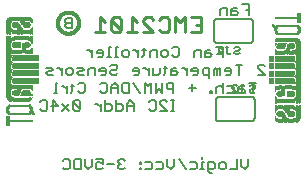
<source format=gbr>
G04 EAGLE Gerber RS-274X export*
G75*
%MOMM*%
%FSLAX34Y34*%
%LPD*%
%INSilkscreen Bottom*%
%IPPOS*%
%AMOC8*
5,1,8,0,0,1.08239X$1,22.5*%
G01*
%ADD10C,0.228600*%
%ADD11C,0.152400*%
%ADD12C,0.127000*%
%ADD13C,0.304800*%
%ADD14C,0.203200*%
%ADD15R,0.022863X0.462278*%
%ADD16R,0.022863X0.462281*%
%ADD17R,0.022863X0.436881*%
%ADD18R,0.023113X0.462278*%
%ADD19R,0.023113X0.462281*%
%ADD20R,0.023113X0.436881*%
%ADD21R,0.023116X0.462278*%
%ADD22R,0.023116X0.462281*%
%ADD23R,0.023116X0.436881*%
%ADD24R,0.023113X0.022863*%
%ADD25R,0.023116X0.091441*%
%ADD26R,0.023113X0.139700*%
%ADD27R,0.023116X0.185419*%
%ADD28R,0.023113X0.254000*%
%ADD29R,0.023113X0.299719*%
%ADD30R,0.023116X0.345438*%
%ADD31R,0.023113X0.391159*%
%ADD32R,0.023116X0.393700*%
%ADD33R,0.022863X0.325119*%
%ADD34R,0.022863X0.599438*%
%ADD35R,0.022863X0.622300*%
%ADD36R,0.022863X0.530859*%
%ADD37R,0.022863X0.439422*%
%ADD38R,0.022863X0.231138*%
%ADD39R,0.022863X0.071119*%
%ADD40R,0.022863X0.533400*%
%ADD41R,0.022863X0.208281*%
%ADD42R,0.023113X0.345441*%
%ADD43R,0.023113X0.576578*%
%ADD44R,0.023113X0.599438*%
%ADD45R,0.023113X0.508000*%
%ADD46R,0.023113X0.416563*%
%ADD47R,0.023113X0.208278*%
%ADD48R,0.023113X0.553722*%
%ADD49R,0.023113X0.208281*%
%ADD50R,0.023116X0.345441*%
%ADD51R,0.023116X0.530859*%
%ADD52R,0.023116X0.370841*%
%ADD53R,0.023116X0.162559*%
%ADD54R,0.023116X0.576581*%
%ADD55R,0.023116X0.208281*%
%ADD56R,0.023113X0.322578*%
%ADD57R,0.023113X0.485137*%
%ADD58R,0.023113X0.416559*%
%ADD59R,0.023113X0.347981*%
%ADD60R,0.023113X0.116838*%
%ADD61R,0.023113X0.647700*%
%ADD62R,0.023116X0.322581*%
%ADD63R,0.023116X0.485137*%
%ADD64R,0.023116X0.093978*%
%ADD65R,0.023116X0.231141*%
%ADD66R,0.023116X0.693419*%
%ADD67R,0.023113X0.322581*%
%ADD68R,0.023113X0.439419*%
%ADD69R,0.023113X0.370841*%
%ADD70R,0.023113X0.299722*%
%ADD71R,0.023113X0.045719*%
%ADD72R,0.023113X0.739138*%
%ADD73R,0.023113X0.414019*%
%ADD74R,0.023113X0.347978*%
%ADD75R,0.023113X0.762000*%
%ADD76R,0.023116X0.414019*%
%ADD77R,0.023116X0.182881*%
%ADD78R,0.023116X0.347978*%
%ADD79R,0.023116X0.276863*%
%ADD80R,0.023116X0.116841*%
%ADD81R,0.023116X0.276859*%
%ADD82R,0.023116X0.784863*%
%ADD83R,0.023113X0.325119*%
%ADD84R,0.023113X0.276863*%
%ADD85R,0.023113X0.276859*%
%ADD86R,0.023116X0.325119*%
%ADD87R,0.023116X0.391159*%
%ADD88R,0.023116X0.302259*%
%ADD89R,0.023116X0.254000*%
%ADD90R,0.023113X0.302259*%
%ADD91R,0.023113X0.393700*%
%ADD92R,0.023113X0.231141*%
%ADD93R,0.022863X0.302259*%
%ADD94R,0.022863X0.439419*%
%ADD95R,0.022863X0.368300*%
%ADD96R,0.022863X0.391159*%
%ADD97R,0.022863X0.416559*%
%ADD98R,0.022863X0.276863*%
%ADD99R,0.022863X0.205741*%
%ADD100R,0.023113X0.368300*%
%ADD101R,0.023113X0.205741*%
%ADD102R,0.023116X0.368300*%
%ADD103R,0.023116X0.205741*%
%ADD104R,0.023113X0.182881*%
%ADD105R,0.022863X0.276859*%
%ADD106R,0.022863X0.182881*%
%ADD107R,0.023113X0.924559*%
%ADD108R,0.023116X0.924559*%
%ADD109R,0.023113X0.901700*%
%ADD110R,0.023116X0.901700*%
%ADD111R,0.023113X0.878841*%
%ADD112R,0.023116X0.855981*%
%ADD113R,0.023113X0.833119*%
%ADD114R,0.022863X0.787400*%
%ADD115R,0.022863X0.414019*%
%ADD116R,0.022863X0.924559*%
%ADD117R,0.023113X0.739141*%
%ADD118R,0.023116X0.716281*%
%ADD119R,0.023116X0.299722*%
%ADD120R,0.023113X0.670559*%
%ADD121R,0.023116X0.647700*%
%ADD122R,0.023116X0.508000*%
%ADD123R,0.023116X0.299719*%
%ADD124R,0.023113X0.601981*%
%ADD125R,0.023113X0.530859*%
%ADD126R,0.023113X0.231138*%
%ADD127R,0.023113X0.556259*%
%ADD128R,0.023113X0.185419*%
%ADD129R,0.023116X0.533400*%
%ADD130R,0.023116X0.599438*%
%ADD131R,0.023116X0.416563*%
%ADD132R,0.023116X0.116838*%
%ADD133R,0.023113X0.485141*%
%ADD134R,0.023113X0.645159*%
%ADD135R,0.023113X0.716278*%
%ADD136R,0.022863X0.393700*%
%ADD137R,0.022863X0.762000*%
%ADD138R,0.022863X0.624841*%
%ADD139R,0.023113X0.784859*%
%ADD140R,0.023113X0.693422*%
%ADD141R,0.023116X0.830578*%
%ADD142R,0.023116X0.739141*%
%ADD143R,0.023113X0.876300*%
%ADD144R,0.023113X0.807722*%
%ADD145R,0.023116X0.899159*%
%ADD146R,0.023116X0.878841*%
%ADD147R,0.023113X0.922019*%
%ADD148R,0.023113X0.947419*%
%ADD149R,0.023116X0.970278*%
%ADD150R,0.023113X0.970278*%
%ADD151R,0.023116X0.439419*%
%ADD152R,0.022863X0.299722*%
%ADD153R,0.023116X0.416559*%
%ADD154R,0.023116X0.347981*%
%ADD155R,0.023113X0.137159*%
%ADD156R,0.023113X0.093978*%
%ADD157R,0.023113X0.091441*%
%ADD158R,0.023113X0.093981*%
%ADD159R,0.023113X0.114300*%
%ADD160R,0.023116X0.045719*%
%ADD161R,0.023116X0.045722*%
%ADD162R,0.023113X0.071119*%
%ADD163R,0.023113X0.116841*%
%ADD164R,0.023116X0.139700*%
%ADD165R,0.022863X0.322581*%
%ADD166R,0.022863X0.345441*%
%ADD167R,0.022863X0.162559*%
%ADD168R,0.022863X0.576581*%
%ADD169R,0.023113X0.668019*%
%ADD170R,0.023113X0.533400*%
%ADD171R,0.023116X1.455419*%
%ADD172R,0.023116X5.519419*%
%ADD173R,0.023113X1.455419*%
%ADD174R,0.023113X5.519419*%
%ADD175R,0.023116X5.494019*%
%ADD176R,0.023113X1.430019*%
%ADD177R,0.023113X5.494019*%
%ADD178R,0.023116X1.430019*%
%ADD179R,0.023116X5.471159*%
%ADD180R,0.023116X0.762000*%
%ADD181R,0.023113X1.407159*%
%ADD182R,0.023113X5.471159*%
%ADD183R,0.022863X1.384300*%
%ADD184R,0.022863X5.448300*%
%ADD185R,0.022863X0.716278*%
%ADD186R,0.022863X0.878841*%
%ADD187R,0.023113X1.361438*%
%ADD188R,0.023113X5.425438*%
%ADD189R,0.023116X1.338578*%
%ADD190R,0.023116X5.402578*%
%ADD191R,0.023116X0.624841*%
%ADD192R,0.023113X1.292859*%
%ADD193R,0.023113X5.356859*%
%ADD194R,0.023116X1.224278*%
%ADD195R,0.023116X5.288278*%


D10*
X158680Y133234D02*
X166985Y133234D01*
X166985Y120777D01*
X158680Y120777D01*
X162832Y127005D02*
X166985Y127005D01*
X153420Y120777D02*
X153420Y133234D01*
X149267Y129081D01*
X145115Y133234D01*
X145115Y120777D01*
X133626Y133234D02*
X131550Y131158D01*
X133626Y133234D02*
X137778Y133234D01*
X139855Y131158D01*
X139855Y122853D01*
X137778Y120777D01*
X133626Y120777D01*
X131550Y122853D01*
X126290Y120777D02*
X117985Y120777D01*
X117985Y129081D02*
X126290Y120777D01*
X117985Y129081D02*
X117985Y131158D01*
X120061Y133234D01*
X124213Y133234D01*
X126290Y131158D01*
X112724Y129081D02*
X108572Y133234D01*
X108572Y120777D01*
X112724Y120777D02*
X104420Y120777D01*
X99159Y122853D02*
X99159Y131158D01*
X97083Y133234D01*
X92931Y133234D01*
X90855Y131158D01*
X90855Y122853D01*
X92931Y120777D01*
X97083Y120777D01*
X99159Y122853D01*
X90855Y131158D01*
X85594Y129081D02*
X81442Y133234D01*
X81442Y120777D01*
X85594Y120777D02*
X77290Y120777D01*
D11*
X185488Y108465D02*
X185488Y99822D01*
X185488Y108465D02*
X179725Y108465D01*
X182606Y104144D02*
X185488Y104144D01*
X174692Y105584D02*
X171811Y105584D01*
X170370Y104144D01*
X170370Y99822D01*
X174692Y99822D01*
X176132Y101263D01*
X174692Y102703D01*
X170370Y102703D01*
X166777Y99822D02*
X166777Y105584D01*
X162456Y105584D01*
X161015Y104144D01*
X161015Y99822D01*
X143745Y108465D02*
X142305Y107025D01*
X143745Y108465D02*
X146626Y108465D01*
X148067Y107025D01*
X148067Y101263D01*
X146626Y99822D01*
X143745Y99822D01*
X142305Y101263D01*
X137271Y99822D02*
X134390Y99822D01*
X132949Y101263D01*
X132949Y104144D01*
X134390Y105584D01*
X137271Y105584D01*
X138712Y104144D01*
X138712Y101263D01*
X137271Y99822D01*
X129356Y99822D02*
X129356Y105584D01*
X125035Y105584D01*
X123594Y104144D01*
X123594Y99822D01*
X118561Y101263D02*
X118561Y107025D01*
X118561Y101263D02*
X117120Y99822D01*
X117120Y105584D02*
X120001Y105584D01*
X113764Y105584D02*
X113764Y99822D01*
X113764Y102703D02*
X110883Y105584D01*
X109443Y105584D01*
X104528Y99822D02*
X101647Y99822D01*
X100206Y101263D01*
X100206Y104144D01*
X101647Y105584D01*
X104528Y105584D01*
X105969Y104144D01*
X105969Y101263D01*
X104528Y99822D01*
X96613Y108465D02*
X95173Y108465D01*
X95173Y99822D01*
X96613Y99822D02*
X93732Y99822D01*
X90377Y108465D02*
X88936Y108465D01*
X88936Y99822D01*
X90377Y99822D02*
X87495Y99822D01*
X82699Y99822D02*
X79818Y99822D01*
X82699Y99822D02*
X84140Y101263D01*
X84140Y104144D01*
X82699Y105584D01*
X79818Y105584D01*
X78378Y104144D01*
X78378Y102703D01*
X84140Y102703D01*
X74785Y99822D02*
X74785Y105584D01*
X74785Y102703D02*
X71903Y105584D01*
X70463Y105584D01*
X214807Y84582D02*
X220570Y84582D01*
X214807Y90344D01*
X214807Y91785D01*
X216248Y93225D01*
X219129Y93225D01*
X220570Y91785D01*
X198978Y93225D02*
X198978Y84582D01*
X201859Y93225D02*
X196097Y93225D01*
X191063Y84582D02*
X188182Y84582D01*
X191063Y84582D02*
X192504Y86023D01*
X192504Y88904D01*
X191063Y90344D01*
X188182Y90344D01*
X186742Y88904D01*
X186742Y87463D01*
X192504Y87463D01*
X183149Y84582D02*
X183149Y90344D01*
X181708Y90344D01*
X180268Y88904D01*
X180268Y84582D01*
X180268Y88904D02*
X178827Y90344D01*
X177387Y88904D01*
X177387Y84582D01*
X173794Y81701D02*
X173794Y90344D01*
X169472Y90344D01*
X168031Y88904D01*
X168031Y86023D01*
X169472Y84582D01*
X173794Y84582D01*
X162998Y84582D02*
X160117Y84582D01*
X162998Y84582D02*
X164438Y86023D01*
X164438Y88904D01*
X162998Y90344D01*
X160117Y90344D01*
X158676Y88904D01*
X158676Y87463D01*
X164438Y87463D01*
X155083Y84582D02*
X155083Y90344D01*
X155083Y87463D02*
X152202Y90344D01*
X150762Y90344D01*
X145847Y90344D02*
X142966Y90344D01*
X141525Y88904D01*
X141525Y84582D01*
X145847Y84582D01*
X147287Y86023D01*
X145847Y87463D01*
X141525Y87463D01*
X136492Y86023D02*
X136492Y91785D01*
X136492Y86023D02*
X135051Y84582D01*
X135051Y90344D02*
X137932Y90344D01*
X131695Y90344D02*
X131695Y86023D01*
X130255Y84582D01*
X125933Y84582D01*
X125933Y90344D01*
X122340Y90344D02*
X122340Y84582D01*
X122340Y87463D02*
X119459Y90344D01*
X118018Y90344D01*
X113104Y84582D02*
X110222Y84582D01*
X113104Y84582D02*
X114544Y86023D01*
X114544Y88904D01*
X113104Y90344D01*
X110222Y90344D01*
X108782Y88904D01*
X108782Y87463D01*
X114544Y87463D01*
X91512Y93225D02*
X90072Y91785D01*
X91512Y93225D02*
X94393Y93225D01*
X95834Y91785D01*
X95834Y90344D01*
X94393Y88904D01*
X91512Y88904D01*
X90072Y87463D01*
X90072Y86023D01*
X91512Y84582D01*
X94393Y84582D01*
X95834Y86023D01*
X85038Y84582D02*
X82157Y84582D01*
X85038Y84582D02*
X86479Y86023D01*
X86479Y88904D01*
X85038Y90344D01*
X82157Y90344D01*
X80716Y88904D01*
X80716Y87463D01*
X86479Y87463D01*
X77123Y84582D02*
X77123Y90344D01*
X72802Y90344D01*
X71361Y88904D01*
X71361Y84582D01*
X67768Y84582D02*
X63447Y84582D01*
X62006Y86023D01*
X63447Y87463D01*
X66328Y87463D01*
X67768Y88904D01*
X66328Y90344D01*
X62006Y90344D01*
X56972Y84582D02*
X54091Y84582D01*
X52651Y86023D01*
X52651Y88904D01*
X54091Y90344D01*
X56972Y90344D01*
X58413Y88904D01*
X58413Y86023D01*
X56972Y84582D01*
X49058Y84582D02*
X49058Y90344D01*
X49058Y87463D02*
X46177Y90344D01*
X44736Y90344D01*
X41262Y84582D02*
X36940Y84582D01*
X35500Y86023D01*
X36940Y87463D01*
X39821Y87463D01*
X41262Y88904D01*
X39821Y90344D01*
X35500Y90344D01*
X210672Y77985D02*
X210672Y69342D01*
X213553Y77985D02*
X207791Y77985D01*
X202757Y75104D02*
X199876Y75104D01*
X198436Y73664D01*
X198436Y69342D01*
X202757Y69342D01*
X204198Y70783D01*
X202757Y72223D01*
X198436Y72223D01*
X193402Y75104D02*
X189081Y75104D01*
X193402Y75104D02*
X194843Y73664D01*
X194843Y70783D01*
X193402Y69342D01*
X189081Y69342D01*
X185488Y69342D02*
X185488Y77985D01*
X184047Y75104D02*
X185488Y73664D01*
X184047Y75104D02*
X181166Y75104D01*
X179725Y73664D01*
X179725Y69342D01*
X176132Y69342D02*
X176132Y70783D01*
X174692Y70783D01*
X174692Y69342D01*
X176132Y69342D01*
X162100Y73664D02*
X156337Y73664D01*
X159219Y76545D02*
X159219Y70783D01*
X143389Y69342D02*
X143389Y77985D01*
X139068Y77985D01*
X137627Y76545D01*
X137627Y73664D01*
X139068Y72223D01*
X143389Y72223D01*
X134034Y69342D02*
X134034Y77985D01*
X131153Y72223D02*
X134034Y69342D01*
X131153Y72223D02*
X128272Y69342D01*
X128272Y77985D01*
X124679Y77985D02*
X124679Y69342D01*
X121798Y75104D02*
X124679Y77985D01*
X121798Y75104D02*
X118917Y77985D01*
X118917Y69342D01*
X115324Y69342D02*
X109561Y77985D01*
X105969Y77985D02*
X105969Y69342D01*
X101647Y69342D01*
X100206Y70783D01*
X100206Y76545D01*
X101647Y77985D01*
X105969Y77985D01*
X96613Y75104D02*
X96613Y69342D01*
X96613Y75104D02*
X93732Y77985D01*
X90851Y75104D01*
X90851Y69342D01*
X90851Y73664D02*
X96613Y73664D01*
X82936Y77985D02*
X81496Y76545D01*
X82936Y77985D02*
X85818Y77985D01*
X87258Y76545D01*
X87258Y70783D01*
X85818Y69342D01*
X82936Y69342D01*
X81496Y70783D01*
X64226Y77985D02*
X62786Y76545D01*
X64226Y77985D02*
X67107Y77985D01*
X68548Y76545D01*
X68548Y70783D01*
X67107Y69342D01*
X64226Y69342D01*
X62786Y70783D01*
X57752Y70783D02*
X57752Y76545D01*
X57752Y70783D02*
X56311Y69342D01*
X56311Y75104D02*
X59193Y75104D01*
X52956Y75104D02*
X52956Y69342D01*
X52956Y72223D02*
X50075Y75104D01*
X48634Y75104D01*
X45160Y77985D02*
X43719Y77985D01*
X43719Y69342D01*
X42279Y69342D02*
X45160Y69342D01*
D12*
X206664Y13343D02*
X206664Y7411D01*
X203698Y4445D01*
X200732Y7411D01*
X200732Y13343D01*
X197309Y13343D02*
X197309Y4445D01*
X191377Y4445D01*
X186470Y4445D02*
X183505Y4445D01*
X182022Y5928D01*
X182022Y8894D01*
X183505Y10377D01*
X186470Y10377D01*
X187953Y8894D01*
X187953Y5928D01*
X186470Y4445D01*
X175632Y1479D02*
X174149Y1479D01*
X172666Y2962D01*
X172666Y10377D01*
X177115Y10377D01*
X178598Y8894D01*
X178598Y5928D01*
X177115Y4445D01*
X172666Y4445D01*
X169243Y10377D02*
X167760Y10377D01*
X167760Y4445D01*
X169243Y4445D02*
X166277Y4445D01*
X167760Y13343D02*
X167760Y14826D01*
X161523Y10377D02*
X157075Y10377D01*
X161523Y10377D02*
X163006Y8894D01*
X163006Y5928D01*
X161523Y4445D01*
X157075Y4445D01*
X153651Y4445D02*
X147719Y13343D01*
X144296Y13343D02*
X144296Y7411D01*
X141330Y4445D01*
X138364Y7411D01*
X138364Y13343D01*
X133458Y10377D02*
X129009Y10377D01*
X133458Y10377D02*
X134941Y8894D01*
X134941Y5928D01*
X133458Y4445D01*
X129009Y4445D01*
X124103Y10377D02*
X119654Y10377D01*
X124103Y10377D02*
X125585Y8894D01*
X125585Y5928D01*
X124103Y4445D01*
X119654Y4445D01*
X116230Y10377D02*
X114747Y10377D01*
X114747Y8894D01*
X116230Y8894D01*
X116230Y10377D01*
X116230Y5928D02*
X114747Y5928D01*
X114747Y4445D01*
X116230Y4445D01*
X116230Y5928D01*
X102198Y11860D02*
X100715Y13343D01*
X97749Y13343D01*
X96266Y11860D01*
X96266Y10377D01*
X97749Y8894D01*
X99232Y8894D01*
X97749Y8894D02*
X96266Y7411D01*
X96266Y5928D01*
X97749Y4445D01*
X100715Y4445D01*
X102198Y5928D01*
X92842Y8894D02*
X86911Y8894D01*
X83487Y13343D02*
X77555Y13343D01*
X83487Y13343D02*
X83487Y8894D01*
X80521Y10377D01*
X79038Y10377D01*
X77555Y8894D01*
X77555Y5928D01*
X79038Y4445D01*
X82004Y4445D01*
X83487Y5928D01*
X74132Y7411D02*
X74132Y13343D01*
X74132Y7411D02*
X71166Y4445D01*
X68200Y7411D01*
X68200Y13343D01*
X64777Y13343D02*
X64777Y4445D01*
X60328Y4445D01*
X58845Y5928D01*
X58845Y11860D01*
X60328Y13343D01*
X64777Y13343D01*
X50973Y13343D02*
X49490Y11860D01*
X50973Y13343D02*
X53939Y13343D01*
X55422Y11860D01*
X55422Y5928D01*
X53939Y4445D01*
X50973Y4445D01*
X49490Y5928D01*
X141229Y53975D02*
X144195Y53975D01*
X142712Y53975D02*
X142712Y62873D01*
X144195Y62873D02*
X141229Y62873D01*
X137958Y53975D02*
X132026Y53975D01*
X137958Y53975D02*
X132026Y59907D01*
X132026Y61390D01*
X133509Y62873D01*
X136475Y62873D01*
X137958Y61390D01*
X124154Y62873D02*
X122671Y61390D01*
X124154Y62873D02*
X127120Y62873D01*
X128603Y61390D01*
X128603Y55458D01*
X127120Y53975D01*
X124154Y53975D01*
X122671Y55458D01*
X109893Y53975D02*
X109893Y59907D01*
X106927Y62873D01*
X103961Y59907D01*
X103961Y53975D01*
X103961Y58424D02*
X109893Y58424D01*
X94606Y62873D02*
X94606Y53975D01*
X99055Y53975D01*
X100537Y55458D01*
X100537Y58424D01*
X99055Y59907D01*
X94606Y59907D01*
X85251Y62873D02*
X85251Y53975D01*
X89699Y53975D01*
X91182Y55458D01*
X91182Y58424D01*
X89699Y59907D01*
X85251Y59907D01*
X81827Y59907D02*
X81827Y53975D01*
X81827Y56941D02*
X78861Y59907D01*
X77378Y59907D01*
X64676Y61390D02*
X64676Y55458D01*
X64676Y61390D02*
X63193Y62873D01*
X60227Y62873D01*
X58744Y61390D01*
X58744Y55458D01*
X60227Y53975D01*
X63193Y53975D01*
X64676Y55458D01*
X58744Y61390D01*
X55321Y59907D02*
X49389Y53975D01*
X55321Y53975D02*
X49389Y59907D01*
X41517Y62873D02*
X41517Y53975D01*
X45966Y58424D02*
X41517Y62873D01*
X40034Y58424D02*
X45966Y58424D01*
X32162Y62873D02*
X30679Y61390D01*
X32162Y62873D02*
X35127Y62873D01*
X36610Y61390D01*
X36610Y55458D01*
X35127Y53975D01*
X32162Y53975D01*
X30679Y55458D01*
X207708Y135255D02*
X207708Y144153D01*
X201776Y144153D01*
X204742Y139704D02*
X207708Y139704D01*
X196870Y141187D02*
X193904Y141187D01*
X192421Y139704D01*
X192421Y135255D01*
X196870Y135255D01*
X198353Y136738D01*
X196870Y138221D01*
X192421Y138221D01*
X188997Y135255D02*
X188997Y141187D01*
X184549Y141187D01*
X183066Y139704D01*
X183066Y135255D01*
D13*
X45630Y128270D02*
X45633Y128490D01*
X45641Y128711D01*
X45654Y128931D01*
X45673Y129150D01*
X45698Y129369D01*
X45727Y129588D01*
X45762Y129805D01*
X45803Y130022D01*
X45848Y130238D01*
X45899Y130452D01*
X45955Y130665D01*
X46017Y130877D01*
X46083Y131087D01*
X46155Y131295D01*
X46232Y131502D01*
X46314Y131706D01*
X46400Y131909D01*
X46492Y132109D01*
X46589Y132308D01*
X46690Y132503D01*
X46797Y132696D01*
X46908Y132887D01*
X47023Y133074D01*
X47143Y133259D01*
X47268Y133441D01*
X47397Y133619D01*
X47531Y133795D01*
X47668Y133967D01*
X47810Y134135D01*
X47956Y134301D01*
X48106Y134462D01*
X48260Y134620D01*
X48418Y134774D01*
X48579Y134924D01*
X48745Y135070D01*
X48913Y135212D01*
X49085Y135349D01*
X49261Y135483D01*
X49439Y135612D01*
X49621Y135737D01*
X49806Y135857D01*
X49993Y135972D01*
X50184Y136083D01*
X50377Y136190D01*
X50572Y136291D01*
X50771Y136388D01*
X50971Y136480D01*
X51174Y136566D01*
X51378Y136648D01*
X51585Y136725D01*
X51793Y136797D01*
X52003Y136863D01*
X52215Y136925D01*
X52428Y136981D01*
X52642Y137032D01*
X52858Y137077D01*
X53075Y137118D01*
X53292Y137153D01*
X53511Y137182D01*
X53730Y137207D01*
X53949Y137226D01*
X54169Y137239D01*
X54390Y137247D01*
X54610Y137250D01*
X54830Y137247D01*
X55051Y137239D01*
X55271Y137226D01*
X55490Y137207D01*
X55709Y137182D01*
X55928Y137153D01*
X56145Y137118D01*
X56362Y137077D01*
X56578Y137032D01*
X56792Y136981D01*
X57005Y136925D01*
X57217Y136863D01*
X57427Y136797D01*
X57635Y136725D01*
X57842Y136648D01*
X58046Y136566D01*
X58249Y136480D01*
X58449Y136388D01*
X58648Y136291D01*
X58843Y136190D01*
X59036Y136083D01*
X59227Y135972D01*
X59414Y135857D01*
X59599Y135737D01*
X59781Y135612D01*
X59959Y135483D01*
X60135Y135349D01*
X60307Y135212D01*
X60475Y135070D01*
X60641Y134924D01*
X60802Y134774D01*
X60960Y134620D01*
X61114Y134462D01*
X61264Y134301D01*
X61410Y134135D01*
X61552Y133967D01*
X61689Y133795D01*
X61823Y133619D01*
X61952Y133441D01*
X62077Y133259D01*
X62197Y133074D01*
X62312Y132887D01*
X62423Y132696D01*
X62530Y132503D01*
X62631Y132308D01*
X62728Y132109D01*
X62820Y131909D01*
X62906Y131706D01*
X62988Y131502D01*
X63065Y131295D01*
X63137Y131087D01*
X63203Y130877D01*
X63265Y130665D01*
X63321Y130452D01*
X63372Y130238D01*
X63417Y130022D01*
X63458Y129805D01*
X63493Y129588D01*
X63522Y129369D01*
X63547Y129150D01*
X63566Y128931D01*
X63579Y128711D01*
X63587Y128490D01*
X63590Y128270D01*
X63587Y128050D01*
X63579Y127829D01*
X63566Y127609D01*
X63547Y127390D01*
X63522Y127171D01*
X63493Y126952D01*
X63458Y126735D01*
X63417Y126518D01*
X63372Y126302D01*
X63321Y126088D01*
X63265Y125875D01*
X63203Y125663D01*
X63137Y125453D01*
X63065Y125245D01*
X62988Y125038D01*
X62906Y124834D01*
X62820Y124631D01*
X62728Y124431D01*
X62631Y124232D01*
X62530Y124037D01*
X62423Y123844D01*
X62312Y123653D01*
X62197Y123466D01*
X62077Y123281D01*
X61952Y123099D01*
X61823Y122921D01*
X61689Y122745D01*
X61552Y122573D01*
X61410Y122405D01*
X61264Y122239D01*
X61114Y122078D01*
X60960Y121920D01*
X60802Y121766D01*
X60641Y121616D01*
X60475Y121470D01*
X60307Y121328D01*
X60135Y121191D01*
X59959Y121057D01*
X59781Y120928D01*
X59599Y120803D01*
X59414Y120683D01*
X59227Y120568D01*
X59036Y120457D01*
X58843Y120350D01*
X58648Y120249D01*
X58449Y120152D01*
X58249Y120060D01*
X58046Y119974D01*
X57842Y119892D01*
X57635Y119815D01*
X57427Y119743D01*
X57217Y119677D01*
X57005Y119615D01*
X56792Y119559D01*
X56578Y119508D01*
X56362Y119463D01*
X56145Y119422D01*
X55928Y119387D01*
X55709Y119358D01*
X55490Y119333D01*
X55271Y119314D01*
X55051Y119301D01*
X54830Y119293D01*
X54610Y119290D01*
X54390Y119293D01*
X54169Y119301D01*
X53949Y119314D01*
X53730Y119333D01*
X53511Y119358D01*
X53292Y119387D01*
X53075Y119422D01*
X52858Y119463D01*
X52642Y119508D01*
X52428Y119559D01*
X52215Y119615D01*
X52003Y119677D01*
X51793Y119743D01*
X51585Y119815D01*
X51378Y119892D01*
X51174Y119974D01*
X50971Y120060D01*
X50771Y120152D01*
X50572Y120249D01*
X50377Y120350D01*
X50184Y120457D01*
X49993Y120568D01*
X49806Y120683D01*
X49621Y120803D01*
X49439Y120928D01*
X49261Y121057D01*
X49085Y121191D01*
X48913Y121328D01*
X48745Y121470D01*
X48579Y121616D01*
X48418Y121766D01*
X48260Y121920D01*
X48106Y122078D01*
X47956Y122239D01*
X47810Y122405D01*
X47668Y122573D01*
X47531Y122745D01*
X47397Y122921D01*
X47268Y123099D01*
X47143Y123281D01*
X47023Y123466D01*
X46908Y123653D01*
X46797Y123844D01*
X46690Y124037D01*
X46589Y124232D01*
X46492Y124431D01*
X46400Y124631D01*
X46314Y124834D01*
X46232Y125038D01*
X46155Y125245D01*
X46083Y125453D01*
X46017Y125663D01*
X45955Y125875D01*
X45899Y126088D01*
X45848Y126302D01*
X45803Y126518D01*
X45762Y126735D01*
X45727Y126952D01*
X45698Y127171D01*
X45673Y127390D01*
X45654Y127609D01*
X45641Y127829D01*
X45633Y128050D01*
X45630Y128270D01*
D14*
X57150Y124206D02*
X57150Y132341D01*
X53083Y132341D01*
X51727Y130985D01*
X51727Y129629D01*
X53083Y128273D01*
X51727Y126918D01*
X51727Y125562D01*
X53083Y124206D01*
X57150Y124206D01*
X57150Y128273D02*
X53083Y128273D01*
D15*
X224790Y79197D03*
D16*
X224790Y85446D03*
X224790Y91669D03*
D17*
X224790Y98019D03*
D18*
X225020Y79197D03*
D19*
X225020Y85446D03*
X225020Y91669D03*
D20*
X225020Y98019D03*
D21*
X225251Y79197D03*
D22*
X225251Y85446D03*
X225251Y91669D03*
D23*
X225251Y98019D03*
D18*
X225482Y79197D03*
D19*
X225482Y85446D03*
X225482Y91669D03*
D20*
X225482Y98019D03*
D21*
X225713Y79197D03*
D22*
X225713Y85446D03*
X225713Y91669D03*
D23*
X225713Y98019D03*
D18*
X225944Y79197D03*
D19*
X225944Y85446D03*
X225944Y91669D03*
D20*
X225944Y98019D03*
D18*
X226176Y79197D03*
D19*
X226176Y85446D03*
X226176Y91669D03*
D20*
X226176Y98019D03*
D21*
X226407Y79197D03*
D22*
X226407Y85446D03*
X226407Y91669D03*
D23*
X226407Y98019D03*
D18*
X226638Y79197D03*
D19*
X226638Y85446D03*
X226638Y91669D03*
D20*
X226638Y98019D03*
D21*
X226869Y79197D03*
D22*
X226869Y85446D03*
X226869Y91669D03*
D23*
X226869Y98019D03*
D18*
X227100Y79197D03*
D19*
X227100Y85446D03*
X227100Y91669D03*
D20*
X227100Y98019D03*
D15*
X227330Y79197D03*
D16*
X227330Y85446D03*
X227330Y91669D03*
D17*
X227330Y98019D03*
D18*
X227560Y79197D03*
D19*
X227560Y85446D03*
X227560Y91669D03*
D20*
X227560Y98019D03*
D24*
X227560Y126429D03*
D21*
X227791Y79197D03*
D22*
X227791Y85446D03*
X227791Y91669D03*
D23*
X227791Y98019D03*
D25*
X227791Y126314D03*
D18*
X228022Y79197D03*
D19*
X228022Y85446D03*
X228022Y91669D03*
D20*
X228022Y98019D03*
D26*
X228022Y126073D03*
D21*
X228253Y79197D03*
D22*
X228253Y85446D03*
X228253Y91669D03*
D23*
X228253Y98019D03*
D27*
X228253Y126073D03*
D18*
X228484Y79197D03*
D19*
X228484Y85446D03*
X228484Y91669D03*
D20*
X228484Y98019D03*
D28*
X228484Y125959D03*
D18*
X228716Y79197D03*
D19*
X228716Y85446D03*
X228716Y91669D03*
D20*
X228716Y98019D03*
D29*
X228716Y125730D03*
D21*
X228947Y79197D03*
D22*
X228947Y85446D03*
X228947Y91669D03*
D23*
X228947Y98019D03*
D30*
X228947Y125730D03*
D31*
X229178Y125501D03*
D32*
X229409Y125032D03*
D18*
X229640Y124003D03*
D33*
X229870Y48031D03*
D34*
X229870Y55880D03*
D35*
X229870Y63614D03*
D36*
X229870Y72631D03*
D15*
X229870Y79197D03*
D16*
X229870Y85446D03*
X229870Y91669D03*
D17*
X229870Y98019D03*
D37*
X229870Y104254D03*
D38*
X229870Y109919D03*
D39*
X229870Y113030D03*
D40*
X229870Y123190D03*
D41*
X229870Y132436D03*
D42*
X230100Y47676D03*
D43*
X230100Y55994D03*
D44*
X230100Y63500D03*
D45*
X230100Y72746D03*
D18*
X230100Y79197D03*
D19*
X230100Y85446D03*
X230100Y91669D03*
D20*
X230100Y98019D03*
D46*
X230100Y104140D03*
D47*
X230100Y110033D03*
D26*
X230100Y113373D03*
D48*
X230100Y122606D03*
D49*
X230100Y132436D03*
D50*
X230331Y47219D03*
D51*
X230331Y56223D03*
X230331Y63157D03*
D21*
X230331Y72974D03*
X230331Y79197D03*
D22*
X230331Y85446D03*
X230331Y91669D03*
D23*
X230331Y98019D03*
D52*
X230331Y103911D03*
D53*
X230331Y110261D03*
D27*
X230331Y113602D03*
D54*
X230331Y122492D03*
D55*
X230331Y132436D03*
D56*
X230562Y46876D03*
D57*
X230562Y56452D03*
D45*
X230562Y63043D03*
D58*
X230562Y73203D03*
D18*
X230562Y79197D03*
D19*
X230562Y85446D03*
X230562Y91669D03*
D20*
X230562Y98019D03*
D59*
X230562Y103797D03*
D60*
X230562Y110490D03*
D47*
X230562Y113716D03*
D61*
X230562Y122619D03*
D49*
X230562Y132436D03*
D62*
X230793Y46647D03*
D21*
X230793Y56566D03*
D63*
X230793Y62929D03*
D32*
X230793Y73317D03*
D21*
X230793Y79197D03*
D22*
X230793Y85446D03*
X230793Y91669D03*
D23*
X230793Y98019D03*
D62*
X230793Y103670D03*
D64*
X230793Y110604D03*
D65*
X230793Y113830D03*
D66*
X230793Y122619D03*
D55*
X230793Y132436D03*
D67*
X231024Y46419D03*
D68*
X231024Y56680D03*
D18*
X231024Y62814D03*
D69*
X231024Y73431D03*
D18*
X231024Y79197D03*
D19*
X231024Y85446D03*
X231024Y91669D03*
D20*
X231024Y98019D03*
D70*
X231024Y103556D03*
D71*
X231024Y110846D03*
D28*
X231024Y113944D03*
D72*
X231024Y122619D03*
D49*
X231024Y132436D03*
D67*
X231256Y46190D03*
D73*
X231256Y56807D03*
D68*
X231256Y62700D03*
D74*
X231256Y73546D03*
D18*
X231256Y79197D03*
D19*
X231256Y85446D03*
X231256Y91669D03*
D20*
X231256Y98019D03*
D70*
X231256Y103556D03*
D28*
X231256Y113944D03*
D75*
X231256Y122504D03*
D49*
X231256Y132436D03*
D62*
X231487Y46190D03*
D65*
X231487Y51270D03*
D76*
X231487Y56807D03*
X231487Y62573D03*
D77*
X231487Y68351D03*
D78*
X231487Y73546D03*
D21*
X231487Y79197D03*
D22*
X231487Y85446D03*
X231487Y91669D03*
D23*
X231487Y98019D03*
D79*
X231487Y103442D03*
D80*
X231487Y108179D03*
D81*
X231487Y114059D03*
D82*
X231487Y122619D03*
D55*
X231487Y132436D03*
D83*
X231718Y45949D03*
D67*
X231718Y51270D03*
D31*
X231718Y56921D03*
D73*
X231718Y62573D03*
D83*
X231718Y68351D03*
X231718Y73660D03*
D18*
X231718Y79197D03*
D19*
X231718Y85446D03*
X231718Y91669D03*
D20*
X231718Y98019D03*
D84*
X231718Y103442D03*
D85*
X231718Y108293D03*
X231718Y114059D03*
D84*
X231718Y120079D03*
D85*
X231718Y125387D03*
D49*
X231718Y132436D03*
D86*
X231949Y45949D03*
D52*
X231949Y51257D03*
D87*
X231949Y56921D03*
D76*
X231949Y62573D03*
D52*
X231949Y68351D03*
D86*
X231949Y73660D03*
D21*
X231949Y79197D03*
D22*
X231949Y85446D03*
X231949Y91669D03*
D23*
X231949Y98019D03*
D79*
X231949Y103442D03*
D50*
X231949Y108407D03*
D88*
X231949Y114186D03*
D89*
X231949Y119736D03*
D65*
X231949Y125616D03*
D55*
X231949Y132436D03*
D83*
X232180Y45949D03*
D58*
X232180Y51257D03*
D31*
X232180Y56921D03*
X232180Y62459D03*
D58*
X232180Y68351D03*
D90*
X232180Y73774D03*
D18*
X232180Y79197D03*
D19*
X232180Y85446D03*
X232180Y91669D03*
D20*
X232180Y98019D03*
D84*
X232180Y103442D03*
D91*
X232180Y108649D03*
D90*
X232180Y114186D03*
D92*
X232180Y119621D03*
D49*
X232180Y125730D03*
X232180Y132436D03*
D93*
X232410Y45834D03*
D94*
X232410Y51143D03*
D95*
X232410Y57036D03*
D96*
X232410Y62459D03*
D97*
X232410Y68351D03*
D93*
X232410Y73774D03*
D15*
X232410Y79197D03*
D16*
X232410Y85446D03*
X232410Y91669D03*
D17*
X232410Y98019D03*
D98*
X232410Y103442D03*
D94*
X232410Y108649D03*
D93*
X232410Y114186D03*
D99*
X232410Y119494D03*
D41*
X232410Y125730D03*
X232410Y132436D03*
D90*
X232640Y45834D03*
D18*
X232640Y51257D03*
D100*
X232640Y57036D03*
D31*
X232640Y62459D03*
D19*
X232640Y68351D03*
D90*
X232640Y73774D03*
D18*
X232640Y79197D03*
D19*
X232640Y85446D03*
X232640Y91669D03*
D20*
X232640Y98019D03*
D84*
X232640Y103442D03*
D18*
X232640Y108763D03*
D90*
X232640Y114186D03*
D101*
X232640Y119494D03*
D49*
X232640Y125959D03*
X232640Y132436D03*
D88*
X232871Y45834D03*
D21*
X232871Y51257D03*
D102*
X232871Y57036D03*
D87*
X232871Y62459D03*
D22*
X232871Y68351D03*
D88*
X232871Y73774D03*
D21*
X232871Y79197D03*
D22*
X232871Y85446D03*
X232871Y91669D03*
D23*
X232871Y98019D03*
D79*
X232871Y103442D03*
D21*
X232871Y108763D03*
D88*
X232871Y114186D03*
D103*
X232871Y119494D03*
D55*
X232871Y125959D03*
X232871Y132436D03*
D90*
X233102Y45834D03*
D18*
X233102Y51257D03*
D100*
X233102Y57036D03*
X233102Y62344D03*
D19*
X233102Y68351D03*
D90*
X233102Y73774D03*
D18*
X233102Y79197D03*
D19*
X233102Y85446D03*
X233102Y91669D03*
D20*
X233102Y98019D03*
D84*
X233102Y103442D03*
D18*
X233102Y108763D03*
D90*
X233102Y114186D03*
D101*
X233102Y119494D03*
D49*
X233102Y125959D03*
X233102Y132436D03*
D88*
X233333Y45834D03*
D21*
X233333Y51257D03*
D102*
X233333Y57036D03*
X233333Y62344D03*
D22*
X233333Y68351D03*
D88*
X233333Y73774D03*
D21*
X233333Y79197D03*
D22*
X233333Y85446D03*
X233333Y91669D03*
D23*
X233333Y98019D03*
D79*
X233333Y103442D03*
D21*
X233333Y108763D03*
D88*
X233333Y114186D03*
D77*
X233333Y119380D03*
D55*
X233333Y125959D03*
X233333Y132436D03*
D90*
X233564Y45834D03*
D18*
X233564Y51257D03*
D100*
X233564Y57036D03*
X233564Y62344D03*
D19*
X233564Y68351D03*
D90*
X233564Y73774D03*
D18*
X233564Y79197D03*
D19*
X233564Y85446D03*
X233564Y91669D03*
D20*
X233564Y98019D03*
D84*
X233564Y103442D03*
D18*
X233564Y108763D03*
D90*
X233564Y114186D03*
D104*
X233564Y119380D03*
D49*
X233564Y125959D03*
X233564Y132436D03*
D90*
X233796Y45834D03*
D18*
X233796Y51257D03*
D100*
X233796Y57036D03*
X233796Y62344D03*
D19*
X233796Y68351D03*
D85*
X233796Y73901D03*
D18*
X233796Y79197D03*
D19*
X233796Y85446D03*
X233796Y91669D03*
D20*
X233796Y98019D03*
D84*
X233796Y103442D03*
D18*
X233796Y108763D03*
D90*
X233796Y114186D03*
D104*
X233796Y119380D03*
D49*
X233796Y125959D03*
X233796Y132436D03*
D88*
X234027Y45834D03*
D21*
X234027Y51257D03*
D102*
X234027Y57036D03*
X234027Y62344D03*
D22*
X234027Y68351D03*
D81*
X234027Y73901D03*
D21*
X234027Y79197D03*
D22*
X234027Y85446D03*
X234027Y91669D03*
D23*
X234027Y98019D03*
D79*
X234027Y103442D03*
D21*
X234027Y108763D03*
D88*
X234027Y114186D03*
D77*
X234027Y119380D03*
D55*
X234027Y125959D03*
X234027Y132436D03*
D90*
X234258Y45834D03*
D18*
X234258Y51257D03*
D100*
X234258Y57036D03*
X234258Y62344D03*
D19*
X234258Y68351D03*
D85*
X234258Y73901D03*
D18*
X234258Y79197D03*
D19*
X234258Y85446D03*
X234258Y91669D03*
D20*
X234258Y98019D03*
D84*
X234258Y103442D03*
D18*
X234258Y108763D03*
D90*
X234258Y114186D03*
D104*
X234258Y119380D03*
D49*
X234258Y125959D03*
X234258Y132436D03*
D88*
X234489Y45834D03*
D21*
X234489Y51257D03*
D102*
X234489Y57036D03*
X234489Y62344D03*
D22*
X234489Y68351D03*
D81*
X234489Y73901D03*
D21*
X234489Y79197D03*
D22*
X234489Y85446D03*
X234489Y91669D03*
D23*
X234489Y98019D03*
D79*
X234489Y103442D03*
D21*
X234489Y108763D03*
D88*
X234489Y114186D03*
D77*
X234489Y119380D03*
D55*
X234489Y125959D03*
X234489Y132436D03*
D90*
X234720Y45834D03*
D18*
X234720Y51257D03*
D100*
X234720Y57036D03*
X234720Y62344D03*
D19*
X234720Y68351D03*
D85*
X234720Y73901D03*
D18*
X234720Y79197D03*
D19*
X234720Y85446D03*
X234720Y91669D03*
D20*
X234720Y98019D03*
D84*
X234720Y103442D03*
D18*
X234720Y108763D03*
D90*
X234720Y114186D03*
D104*
X234720Y119380D03*
D49*
X234720Y125959D03*
X234720Y132436D03*
D93*
X234950Y45834D03*
D15*
X234950Y51257D03*
D95*
X234950Y57036D03*
X234950Y62344D03*
D16*
X234950Y68351D03*
D105*
X234950Y73901D03*
D15*
X234950Y79197D03*
D16*
X234950Y85446D03*
X234950Y91669D03*
D17*
X234950Y98019D03*
D98*
X234950Y103442D03*
D15*
X234950Y108763D03*
D93*
X234950Y114186D03*
D106*
X234950Y119380D03*
D41*
X234950Y125959D03*
X234950Y132436D03*
D90*
X235180Y45834D03*
D18*
X235180Y51257D03*
D100*
X235180Y57036D03*
X235180Y62344D03*
D19*
X235180Y68351D03*
D85*
X235180Y73901D03*
D18*
X235180Y79197D03*
D19*
X235180Y85446D03*
X235180Y91669D03*
D20*
X235180Y98019D03*
D84*
X235180Y103442D03*
D18*
X235180Y108763D03*
D90*
X235180Y114186D03*
D104*
X235180Y119380D03*
D49*
X235180Y125959D03*
X235180Y132436D03*
D88*
X235411Y45834D03*
D21*
X235411Y51257D03*
D102*
X235411Y57036D03*
X235411Y62344D03*
D22*
X235411Y68351D03*
D81*
X235411Y73901D03*
D21*
X235411Y79197D03*
D22*
X235411Y85446D03*
X235411Y91669D03*
D23*
X235411Y98019D03*
D79*
X235411Y103442D03*
D21*
X235411Y108763D03*
D88*
X235411Y114186D03*
D77*
X235411Y119380D03*
D55*
X235411Y125959D03*
X235411Y132436D03*
D90*
X235642Y45834D03*
D18*
X235642Y51257D03*
D100*
X235642Y57036D03*
X235642Y62344D03*
D107*
X235642Y70663D03*
D18*
X235642Y79197D03*
D19*
X235642Y85446D03*
X235642Y91669D03*
D20*
X235642Y98019D03*
D84*
X235642Y103442D03*
D18*
X235642Y108763D03*
D90*
X235642Y114186D03*
D104*
X235642Y119380D03*
D49*
X235642Y125959D03*
X235642Y132436D03*
D88*
X235873Y45834D03*
D21*
X235873Y51257D03*
D102*
X235873Y57036D03*
X235873Y62344D03*
D108*
X235873Y70663D03*
D21*
X235873Y79197D03*
D22*
X235873Y85446D03*
X235873Y91669D03*
D23*
X235873Y98019D03*
D79*
X235873Y103442D03*
D21*
X235873Y108763D03*
D88*
X235873Y114186D03*
D77*
X235873Y119380D03*
D55*
X235873Y125959D03*
X235873Y132436D03*
D90*
X236104Y45834D03*
D68*
X236104Y51143D03*
D100*
X236104Y57036D03*
X236104Y62344D03*
D107*
X236104Y70663D03*
D18*
X236104Y79197D03*
D19*
X236104Y85446D03*
X236104Y91669D03*
D20*
X236104Y98019D03*
D84*
X236104Y103442D03*
D18*
X236104Y108763D03*
D90*
X236104Y114186D03*
D104*
X236104Y119380D03*
D49*
X236104Y125959D03*
X236104Y132436D03*
D109*
X236336Y48832D03*
D100*
X236336Y57036D03*
X236336Y62344D03*
D107*
X236336Y70663D03*
D18*
X236336Y79197D03*
D19*
X236336Y85446D03*
X236336Y91669D03*
D20*
X236336Y98019D03*
D84*
X236336Y103442D03*
D18*
X236336Y108763D03*
D90*
X236336Y114186D03*
D104*
X236336Y119380D03*
D49*
X236336Y125959D03*
X236336Y132436D03*
D110*
X236567Y48832D03*
D102*
X236567Y57036D03*
X236567Y62344D03*
D108*
X236567Y70663D03*
D21*
X236567Y79197D03*
D22*
X236567Y85446D03*
X236567Y91669D03*
D23*
X236567Y98019D03*
D79*
X236567Y103442D03*
D21*
X236567Y108763D03*
D88*
X236567Y114186D03*
D77*
X236567Y119380D03*
D55*
X236567Y125959D03*
X236567Y132436D03*
D111*
X236798Y48717D03*
D31*
X236798Y56921D03*
D100*
X236798Y62344D03*
D107*
X236798Y70663D03*
D18*
X236798Y79197D03*
D19*
X236798Y85446D03*
X236798Y91669D03*
D20*
X236798Y98019D03*
D84*
X236798Y103442D03*
D18*
X236798Y108763D03*
D90*
X236798Y114186D03*
D104*
X236798Y119380D03*
D49*
X236798Y125959D03*
X236798Y132436D03*
D112*
X237029Y48603D03*
D87*
X237029Y56921D03*
D102*
X237029Y62344D03*
D108*
X237029Y70663D03*
D21*
X237029Y79197D03*
D22*
X237029Y85446D03*
X237029Y91669D03*
D23*
X237029Y98019D03*
D79*
X237029Y103442D03*
D21*
X237029Y108763D03*
D88*
X237029Y114186D03*
D77*
X237029Y119380D03*
D55*
X237029Y125959D03*
X237029Y132436D03*
D113*
X237260Y48489D03*
D73*
X237260Y56807D03*
D100*
X237260Y62344D03*
D107*
X237260Y70663D03*
D18*
X237260Y79197D03*
D19*
X237260Y85446D03*
X237260Y91669D03*
D20*
X237260Y98019D03*
D84*
X237260Y103442D03*
D68*
X237260Y108877D03*
D90*
X237260Y114186D03*
D104*
X237260Y119380D03*
D49*
X237260Y125959D03*
X237260Y132436D03*
D114*
X237490Y48260D03*
D115*
X237490Y56807D03*
D95*
X237490Y62344D03*
D116*
X237490Y70663D03*
D15*
X237490Y79197D03*
D16*
X237490Y85446D03*
X237490Y91669D03*
D17*
X237490Y98019D03*
D98*
X237490Y103442D03*
D94*
X237490Y108877D03*
D93*
X237490Y114186D03*
D106*
X237490Y119380D03*
D41*
X237490Y125959D03*
X237490Y132436D03*
D117*
X237720Y48019D03*
D68*
X237720Y56680D03*
D100*
X237720Y62344D03*
D107*
X237720Y70663D03*
D18*
X237720Y79197D03*
D19*
X237720Y85446D03*
X237720Y91669D03*
D20*
X237720Y98019D03*
D70*
X237720Y103556D03*
D58*
X237720Y108991D03*
D90*
X237720Y114186D03*
D104*
X237720Y119380D03*
D49*
X237720Y125959D03*
X237720Y132436D03*
D118*
X237951Y47904D03*
D21*
X237951Y56566D03*
D102*
X237951Y62344D03*
D108*
X237951Y70663D03*
D21*
X237951Y79197D03*
D22*
X237951Y85446D03*
X237951Y91669D03*
D23*
X237951Y98019D03*
D119*
X237951Y103556D03*
D32*
X237951Y109106D03*
D88*
X237951Y114186D03*
D77*
X237951Y119380D03*
D55*
X237951Y125959D03*
X237951Y132436D03*
D120*
X238182Y47676D03*
D57*
X238182Y56452D03*
D100*
X238182Y62344D03*
D107*
X238182Y70663D03*
D18*
X238182Y79197D03*
D19*
X238182Y85446D03*
X238182Y91669D03*
D20*
X238182Y98019D03*
D67*
X238182Y103670D03*
D74*
X238182Y109334D03*
D90*
X238182Y114186D03*
D104*
X238182Y119380D03*
D49*
X238182Y125959D03*
X238182Y132436D03*
D121*
X238413Y47562D03*
D122*
X238413Y56337D03*
D102*
X238413Y62344D03*
D81*
X238413Y73901D03*
D21*
X238413Y79197D03*
D22*
X238413Y85446D03*
X238413Y91669D03*
D23*
X238413Y98019D03*
D62*
X238413Y103670D03*
D123*
X238413Y109576D03*
D88*
X238413Y114186D03*
D77*
X238413Y119380D03*
D55*
X238413Y125959D03*
X238413Y132436D03*
D124*
X238644Y47333D03*
D125*
X238644Y56223D03*
D100*
X238644Y62344D03*
D85*
X238644Y73901D03*
D18*
X238644Y79197D03*
D19*
X238644Y85446D03*
X238644Y91669D03*
D20*
X238644Y98019D03*
D59*
X238644Y103797D03*
D126*
X238644Y109919D03*
D90*
X238644Y114186D03*
D104*
X238644Y119380D03*
D49*
X238644Y125959D03*
X238644Y132436D03*
D127*
X238876Y47104D03*
D43*
X238876Y55994D03*
D100*
X238876Y62344D03*
D85*
X238876Y73901D03*
D18*
X238876Y79197D03*
D19*
X238876Y85446D03*
X238876Y91669D03*
D20*
X238876Y98019D03*
D69*
X238876Y103911D03*
D128*
X238876Y110147D03*
D90*
X238876Y114186D03*
D104*
X238876Y119380D03*
D49*
X238876Y125959D03*
X238876Y132436D03*
D129*
X239107Y46990D03*
D130*
X239107Y55880D03*
D102*
X239107Y62344D03*
D81*
X239107Y73901D03*
D21*
X239107Y79197D03*
D22*
X239107Y85446D03*
X239107Y91669D03*
D23*
X239107Y98019D03*
D131*
X239107Y104140D03*
D132*
X239107Y110490D03*
D88*
X239107Y114186D03*
D77*
X239107Y119380D03*
D55*
X239107Y125959D03*
X239107Y132436D03*
D133*
X239338Y46749D03*
D134*
X239338Y55651D03*
D100*
X239338Y62344D03*
D85*
X239338Y73901D03*
D18*
X239338Y79197D03*
D19*
X239338Y85446D03*
X239338Y91669D03*
D20*
X239338Y98019D03*
D19*
X239338Y104369D03*
D71*
X239338Y110846D03*
D90*
X239338Y114186D03*
D104*
X239338Y119380D03*
D49*
X239338Y125959D03*
X239338Y132436D03*
D22*
X239569Y46634D03*
D66*
X239569Y55410D03*
D102*
X239569Y62344D03*
D81*
X239569Y73901D03*
D21*
X239569Y79197D03*
D22*
X239569Y85446D03*
X239569Y91669D03*
D23*
X239569Y98019D03*
D122*
X239569Y104597D03*
D88*
X239569Y114186D03*
D77*
X239569Y119380D03*
D55*
X239569Y125959D03*
X239569Y132436D03*
D58*
X239800Y46406D03*
D135*
X239800Y55296D03*
D100*
X239800Y62344D03*
D85*
X239800Y73901D03*
D18*
X239800Y79197D03*
D19*
X239800Y85446D03*
X239800Y91669D03*
D20*
X239800Y98019D03*
D48*
X239800Y104826D03*
D90*
X239800Y114186D03*
D104*
X239800Y119380D03*
D49*
X239800Y125959D03*
X239800Y132436D03*
D136*
X240030Y46292D03*
D137*
X240030Y55067D03*
D95*
X240030Y62344D03*
D16*
X240030Y68351D03*
D105*
X240030Y73901D03*
D15*
X240030Y79197D03*
D16*
X240030Y85446D03*
X240030Y91669D03*
D17*
X240030Y98019D03*
D138*
X240030Y105181D03*
D93*
X240030Y114186D03*
D106*
X240030Y119380D03*
D41*
X240030Y125959D03*
X240030Y132436D03*
D69*
X240260Y46177D03*
D139*
X240260Y54953D03*
D100*
X240260Y62344D03*
D19*
X240260Y68351D03*
D85*
X240260Y73901D03*
D18*
X240260Y79197D03*
D19*
X240260Y85446D03*
X240260Y91669D03*
D20*
X240260Y98019D03*
D140*
X240260Y105524D03*
D90*
X240260Y114186D03*
D104*
X240260Y119380D03*
D49*
X240260Y125959D03*
X240260Y132436D03*
D52*
X240491Y46177D03*
D141*
X240491Y54724D03*
D102*
X240491Y62344D03*
D22*
X240491Y68351D03*
D81*
X240491Y73901D03*
D21*
X240491Y79197D03*
D22*
X240491Y85446D03*
X240491Y91669D03*
D23*
X240491Y98019D03*
D142*
X240491Y105753D03*
D88*
X240491Y114186D03*
D77*
X240491Y119380D03*
D55*
X240491Y125959D03*
X240491Y132436D03*
D59*
X240722Y46063D03*
D143*
X240722Y54496D03*
D100*
X240722Y62344D03*
D19*
X240722Y68351D03*
D85*
X240722Y73901D03*
D18*
X240722Y79197D03*
D19*
X240722Y85446D03*
X240722Y91669D03*
D20*
X240722Y98019D03*
D144*
X240722Y106096D03*
D90*
X240722Y114186D03*
D104*
X240722Y119380D03*
D49*
X240722Y125959D03*
X240722Y132436D03*
D86*
X240953Y45949D03*
D145*
X240953Y54381D03*
D102*
X240953Y62344D03*
D22*
X240953Y68351D03*
D81*
X240953Y73901D03*
D21*
X240953Y79197D03*
D22*
X240953Y85446D03*
X240953Y91669D03*
D23*
X240953Y98019D03*
D146*
X240953Y106451D03*
D88*
X240953Y114186D03*
D77*
X240953Y119380D03*
D55*
X240953Y125959D03*
X240953Y132436D03*
D83*
X241184Y45949D03*
D147*
X241184Y54267D03*
D100*
X241184Y62344D03*
D19*
X241184Y68351D03*
D85*
X241184Y73901D03*
D18*
X241184Y79197D03*
D19*
X241184Y85446D03*
X241184Y91669D03*
D20*
X241184Y98019D03*
D109*
X241184Y106566D03*
D90*
X241184Y114186D03*
D104*
X241184Y119380D03*
D49*
X241184Y125959D03*
X241184Y132436D03*
D83*
X241416Y45949D03*
D148*
X241416Y54140D03*
D100*
X241416Y62344D03*
D19*
X241416Y68351D03*
D85*
X241416Y73901D03*
D18*
X241416Y79197D03*
D19*
X241416Y85446D03*
X241416Y91669D03*
D20*
X241416Y98019D03*
D109*
X241416Y106566D03*
D90*
X241416Y114186D03*
D104*
X241416Y119380D03*
D49*
X241416Y125959D03*
X241416Y132436D03*
D88*
X241647Y45834D03*
D149*
X241647Y54026D03*
D102*
X241647Y62344D03*
D22*
X241647Y68351D03*
D81*
X241647Y73901D03*
D21*
X241647Y79197D03*
D22*
X241647Y85446D03*
X241647Y91669D03*
D23*
X241647Y98019D03*
D110*
X241647Y106566D03*
D88*
X241647Y114186D03*
D77*
X241647Y119380D03*
D55*
X241647Y125959D03*
X241647Y132436D03*
D90*
X241878Y45834D03*
D150*
X241878Y54026D03*
D100*
X241878Y62344D03*
D19*
X241878Y68351D03*
D85*
X241878Y73901D03*
D18*
X241878Y79197D03*
D19*
X241878Y85446D03*
X241878Y91669D03*
D20*
X241878Y98019D03*
D109*
X241878Y106566D03*
D90*
X241878Y114186D03*
D104*
X241878Y119380D03*
D49*
X241878Y125959D03*
X241878Y132436D03*
D88*
X242109Y45834D03*
D21*
X242109Y51257D03*
D102*
X242109Y57036D03*
X242109Y62344D03*
D22*
X242109Y68351D03*
D81*
X242109Y73901D03*
D21*
X242109Y79197D03*
D22*
X242109Y85446D03*
X242109Y91669D03*
D23*
X242109Y98019D03*
D110*
X242109Y106566D03*
D88*
X242109Y114186D03*
D77*
X242109Y119380D03*
D55*
X242109Y125959D03*
X242109Y132436D03*
D90*
X242340Y45834D03*
D18*
X242340Y51257D03*
D100*
X242340Y57036D03*
X242340Y62344D03*
D19*
X242340Y68351D03*
D85*
X242340Y73901D03*
D18*
X242340Y79197D03*
D19*
X242340Y85446D03*
X242340Y91669D03*
D20*
X242340Y98019D03*
D84*
X242340Y103442D03*
D68*
X242340Y108877D03*
D90*
X242340Y114186D03*
D104*
X242340Y119380D03*
D49*
X242340Y125959D03*
X242340Y132436D03*
D93*
X242570Y45834D03*
D15*
X242570Y51257D03*
D95*
X242570Y57036D03*
X242570Y62344D03*
D16*
X242570Y68351D03*
D105*
X242570Y73901D03*
D15*
X242570Y79197D03*
D16*
X242570Y85446D03*
X242570Y91669D03*
D17*
X242570Y98019D03*
D98*
X242570Y103442D03*
D94*
X242570Y108877D03*
D93*
X242570Y114186D03*
D106*
X242570Y119380D03*
D41*
X242570Y125959D03*
X242570Y132436D03*
D90*
X242800Y45834D03*
D18*
X242800Y51257D03*
D100*
X242800Y57036D03*
X242800Y62344D03*
D19*
X242800Y68351D03*
D85*
X242800Y73901D03*
D18*
X242800Y79197D03*
D19*
X242800Y85446D03*
X242800Y91669D03*
D20*
X242800Y98019D03*
D84*
X242800Y103442D03*
D68*
X242800Y108877D03*
D90*
X242800Y114186D03*
D104*
X242800Y119380D03*
D49*
X242800Y125959D03*
X242800Y132436D03*
D88*
X243031Y45834D03*
D21*
X243031Y51257D03*
D102*
X243031Y57036D03*
X243031Y62344D03*
D22*
X243031Y68351D03*
D81*
X243031Y73901D03*
D21*
X243031Y79197D03*
D22*
X243031Y85446D03*
X243031Y91669D03*
D23*
X243031Y98019D03*
D79*
X243031Y103442D03*
D151*
X243031Y108877D03*
D88*
X243031Y114186D03*
D77*
X243031Y119380D03*
D55*
X243031Y125959D03*
X243031Y132436D03*
D90*
X243262Y45834D03*
D18*
X243262Y51257D03*
D100*
X243262Y57036D03*
X243262Y62344D03*
D19*
X243262Y68351D03*
D85*
X243262Y73901D03*
D18*
X243262Y79197D03*
D19*
X243262Y85446D03*
X243262Y91669D03*
D20*
X243262Y98019D03*
D84*
X243262Y103442D03*
D68*
X243262Y108877D03*
D90*
X243262Y114186D03*
D104*
X243262Y119380D03*
D49*
X243262Y125959D03*
X243262Y132436D03*
D88*
X243493Y45834D03*
D21*
X243493Y51257D03*
D102*
X243493Y57036D03*
X243493Y62344D03*
D22*
X243493Y68351D03*
D81*
X243493Y73901D03*
D21*
X243493Y79197D03*
D22*
X243493Y85446D03*
X243493Y91669D03*
D23*
X243493Y98019D03*
D79*
X243493Y103442D03*
D151*
X243493Y108877D03*
D88*
X243493Y114186D03*
D77*
X243493Y119380D03*
D55*
X243493Y125959D03*
X243493Y132436D03*
D90*
X243724Y45834D03*
D18*
X243724Y51257D03*
D100*
X243724Y57036D03*
X243724Y62344D03*
D19*
X243724Y68351D03*
D85*
X243724Y73901D03*
D18*
X243724Y79197D03*
D19*
X243724Y85446D03*
X243724Y91669D03*
D20*
X243724Y98019D03*
D84*
X243724Y103442D03*
D68*
X243724Y108877D03*
D90*
X243724Y114186D03*
D104*
X243724Y119380D03*
D49*
X243724Y125959D03*
X243724Y132436D03*
D90*
X243956Y45834D03*
D18*
X243956Y51257D03*
D100*
X243956Y57036D03*
X243956Y62344D03*
D19*
X243956Y68351D03*
D85*
X243956Y73901D03*
D18*
X243956Y79197D03*
D19*
X243956Y85446D03*
X243956Y91669D03*
D20*
X243956Y98019D03*
D84*
X243956Y103442D03*
D68*
X243956Y108877D03*
D90*
X243956Y114186D03*
D104*
X243956Y119380D03*
D49*
X243956Y125959D03*
X243956Y132436D03*
D88*
X244187Y45834D03*
D21*
X244187Y51257D03*
D102*
X244187Y57036D03*
X244187Y62344D03*
D22*
X244187Y68351D03*
D81*
X244187Y73901D03*
D21*
X244187Y79197D03*
D22*
X244187Y85446D03*
X244187Y91669D03*
D23*
X244187Y98019D03*
D79*
X244187Y103442D03*
D151*
X244187Y108877D03*
D88*
X244187Y114186D03*
D77*
X244187Y119380D03*
D55*
X244187Y125959D03*
X244187Y132436D03*
D90*
X244418Y45834D03*
D18*
X244418Y51257D03*
D100*
X244418Y57036D03*
X244418Y62344D03*
D19*
X244418Y68351D03*
D90*
X244418Y73774D03*
D18*
X244418Y79197D03*
D19*
X244418Y85446D03*
X244418Y91669D03*
D20*
X244418Y98019D03*
D84*
X244418Y103442D03*
D68*
X244418Y108877D03*
D90*
X244418Y114186D03*
D104*
X244418Y119380D03*
D49*
X244418Y125959D03*
X244418Y132436D03*
D88*
X244649Y45834D03*
D21*
X244649Y51257D03*
D102*
X244649Y57036D03*
X244649Y62344D03*
D22*
X244649Y68351D03*
D88*
X244649Y73774D03*
D21*
X244649Y79197D03*
D22*
X244649Y85446D03*
X244649Y91669D03*
D23*
X244649Y98019D03*
D79*
X244649Y103442D03*
D151*
X244649Y108877D03*
D88*
X244649Y114186D03*
D77*
X244649Y119380D03*
D55*
X244649Y125959D03*
X244649Y132436D03*
D90*
X244880Y45834D03*
D18*
X244880Y51257D03*
D100*
X244880Y57036D03*
X244880Y62344D03*
D19*
X244880Y68351D03*
D90*
X244880Y73774D03*
D18*
X244880Y79197D03*
D19*
X244880Y85446D03*
X244880Y91669D03*
D20*
X244880Y98019D03*
D70*
X244880Y103556D03*
D68*
X244880Y108877D03*
D90*
X244880Y114186D03*
D104*
X244880Y119380D03*
D49*
X244880Y125959D03*
X244880Y132436D03*
D93*
X245110Y45834D03*
D15*
X245110Y51257D03*
D95*
X245110Y57036D03*
D96*
X245110Y62459D03*
D16*
X245110Y68351D03*
D93*
X245110Y73774D03*
D15*
X245110Y79197D03*
D16*
X245110Y85446D03*
X245110Y91669D03*
D17*
X245110Y98019D03*
D152*
X245110Y103556D03*
D94*
X245110Y108877D03*
D93*
X245110Y114186D03*
D106*
X245110Y119380D03*
D41*
X245110Y125959D03*
X245110Y132436D03*
D90*
X245340Y45834D03*
D68*
X245340Y51143D03*
D100*
X245340Y57036D03*
D31*
X245340Y62459D03*
D68*
X245340Y68237D03*
D90*
X245340Y73774D03*
D18*
X245340Y79197D03*
D19*
X245340Y85446D03*
X245340Y91669D03*
D20*
X245340Y98019D03*
D70*
X245340Y103556D03*
D58*
X245340Y108763D03*
D90*
X245340Y114186D03*
D104*
X245340Y119380D03*
D49*
X245340Y125959D03*
X245340Y132436D03*
D88*
X245571Y45834D03*
D153*
X245571Y51257D03*
D87*
X245571Y56921D03*
X245571Y62459D03*
D153*
X245571Y68351D03*
D88*
X245571Y73774D03*
D151*
X245571Y79312D03*
X245571Y85560D03*
X245571Y91783D03*
D76*
X245571Y98133D03*
D119*
X245571Y103556D03*
D153*
X245571Y108763D03*
D86*
X245571Y114071D03*
D77*
X245571Y119380D03*
D55*
X245571Y125959D03*
X245571Y132436D03*
D83*
X245802Y45949D03*
D58*
X245802Y51257D03*
D31*
X245802Y56921D03*
X245802Y62459D03*
D58*
X245802Y68351D03*
D90*
X245802Y73774D03*
D100*
X245802Y79439D03*
X245802Y85662D03*
D69*
X245802Y91897D03*
D31*
X245802Y98247D03*
D67*
X245802Y103442D03*
D69*
X245802Y108763D03*
D83*
X245802Y114071D03*
D104*
X245802Y119380D03*
D49*
X245802Y125959D03*
X245802Y132436D03*
D86*
X246033Y45949D03*
D52*
X246033Y51257D03*
D87*
X246033Y56921D03*
D76*
X246033Y62573D03*
D52*
X246033Y68351D03*
D86*
X246033Y73660D03*
D62*
X246033Y79667D03*
D50*
X246033Y85776D03*
D62*
X246033Y92139D03*
X246033Y98362D03*
D50*
X246033Y103556D03*
D154*
X246033Y108877D03*
D86*
X246033Y114071D03*
D77*
X246033Y119380D03*
D55*
X246033Y125959D03*
X246033Y132436D03*
D83*
X246264Y45949D03*
D67*
X246264Y51270D03*
D73*
X246264Y56807D03*
X246264Y62573D03*
D85*
X246264Y68339D03*
D83*
X246264Y73660D03*
D92*
X246264Y79667D03*
X246264Y85890D03*
D28*
X246264Y92253D03*
X246264Y98476D03*
D42*
X246264Y103556D03*
D85*
X246264Y108750D03*
D59*
X246264Y113957D03*
D104*
X246264Y119380D03*
D49*
X246264Y125959D03*
X246264Y132436D03*
D59*
X246496Y46063D03*
D128*
X246496Y51270D03*
D101*
X246496Y55766D03*
D92*
X246496Y63741D03*
D155*
X246496Y68351D03*
D74*
X246496Y73546D03*
D156*
X246496Y79896D03*
D157*
X246496Y85903D03*
D158*
X246496Y92367D03*
D157*
X246496Y98603D03*
D69*
X246496Y103683D03*
D159*
X246496Y108877D03*
D59*
X246496Y113957D03*
D104*
X246496Y119380D03*
D49*
X246496Y125959D03*
X246496Y132436D03*
D52*
X246727Y46177D03*
D65*
X246727Y55639D03*
X246727Y63741D03*
D78*
X246727Y73546D03*
D160*
X246727Y77114D03*
D161*
X246727Y83134D03*
X246727Y89357D03*
D160*
X246727Y95606D03*
D32*
X246727Y103569D03*
D52*
X246727Y113843D03*
D77*
X246727Y119380D03*
D55*
X246727Y125959D03*
X246727Y132436D03*
D69*
X246958Y46177D03*
D92*
X246958Y55639D03*
D28*
X246958Y63856D03*
D69*
X246958Y73431D03*
D162*
X246958Y77241D03*
D157*
X246958Y83134D03*
X246958Y89357D03*
D163*
X246958Y95707D03*
D58*
X246958Y103683D03*
D69*
X246958Y113843D03*
D104*
X246958Y119380D03*
D49*
X246958Y125959D03*
X246958Y132436D03*
D32*
X247189Y46292D03*
D89*
X247189Y55524D03*
D81*
X247189Y63970D03*
D32*
X247189Y73317D03*
D64*
X247189Y77356D03*
D53*
X247189Y83236D03*
D164*
X247189Y89599D03*
X247189Y95822D03*
D21*
X247189Y103683D03*
D32*
X247189Y113729D03*
D77*
X247189Y119380D03*
D55*
X247189Y125959D03*
X247189Y132436D03*
D58*
X247420Y46406D03*
D85*
X247420Y55410D03*
D70*
X247420Y64084D03*
D58*
X247420Y73203D03*
D26*
X247420Y77584D03*
D47*
X247420Y83236D03*
D128*
X247420Y89599D03*
X247420Y95822D03*
D45*
X247420Y103683D03*
D68*
X247420Y113500D03*
D104*
X247420Y119380D03*
D49*
X247420Y125959D03*
X247420Y132436D03*
D16*
X247650Y46634D03*
D165*
X247650Y55182D03*
D166*
X247650Y64313D03*
D15*
X247650Y72974D03*
D167*
X247650Y77699D03*
D105*
X247650Y83350D03*
D98*
X247650Y89599D03*
X247650Y95822D03*
D168*
X247650Y103797D03*
D16*
X247650Y113386D03*
D99*
X247650Y119494D03*
D41*
X247650Y125959D03*
X247650Y132436D03*
D45*
X247880Y46863D03*
D100*
X247880Y54953D03*
D31*
X247880Y64541D03*
D125*
X247880Y72631D03*
D126*
X247880Y78042D03*
D69*
X247880Y83363D03*
D100*
X247880Y89599D03*
D91*
X247880Y95949D03*
D169*
X247880Y103797D03*
D170*
X247880Y113030D03*
D101*
X247880Y119494D03*
D49*
X247880Y125959D03*
X247880Y132436D03*
D171*
X248111Y51600D03*
D172*
X248111Y88100D03*
D103*
X248111Y119494D03*
D55*
X248111Y125959D03*
X248111Y132436D03*
D173*
X248342Y51600D03*
D174*
X248342Y88100D03*
D101*
X248342Y119494D03*
D49*
X248342Y125959D03*
X248342Y132436D03*
D171*
X248573Y51600D03*
D172*
X248573Y88100D03*
D103*
X248573Y119494D03*
D65*
X248573Y125844D03*
D55*
X248573Y132436D03*
D173*
X248804Y51600D03*
D174*
X248804Y88100D03*
D92*
X248804Y119621D03*
X248804Y125844D03*
D49*
X248804Y132436D03*
D173*
X249036Y51600D03*
D174*
X249036Y88100D03*
D28*
X249036Y119736D03*
D92*
X249036Y125616D03*
D49*
X249036Y132436D03*
D171*
X249267Y51600D03*
D175*
X249267Y87973D03*
D79*
X249267Y120079D03*
D81*
X249267Y125387D03*
D146*
X249267Y132537D03*
D176*
X249498Y51727D03*
D177*
X249498Y87973D03*
D144*
X249498Y122733D03*
D111*
X249498Y132537D03*
D178*
X249729Y51727D03*
D179*
X249729Y87859D03*
D180*
X249729Y122733D03*
D146*
X249729Y132537D03*
D181*
X249960Y51841D03*
D182*
X249960Y87859D03*
D75*
X249960Y122733D03*
D111*
X249960Y132537D03*
D183*
X250190Y51956D03*
D184*
X250190Y87744D03*
D185*
X250190Y122733D03*
D186*
X250190Y132537D03*
D187*
X250420Y52070D03*
D188*
X250420Y87630D03*
D120*
X250420Y122733D03*
D111*
X250420Y132537D03*
D189*
X250651Y52184D03*
D190*
X250651Y87516D03*
D191*
X250651Y122733D03*
D146*
X250651Y132537D03*
D192*
X250882Y52413D03*
D193*
X250882Y87287D03*
D48*
X250882Y122606D03*
D111*
X250882Y132537D03*
D194*
X251113Y52756D03*
D195*
X251113Y86944D03*
D151*
X251113Y122720D03*
D146*
X251113Y132537D03*
D15*
X29210Y98603D03*
D16*
X29210Y92354D03*
X29210Y86131D03*
D17*
X29210Y79781D03*
D18*
X28980Y98603D03*
D19*
X28980Y92354D03*
X28980Y86131D03*
D20*
X28980Y79781D03*
D21*
X28749Y98603D03*
D22*
X28749Y92354D03*
X28749Y86131D03*
D23*
X28749Y79781D03*
D18*
X28518Y98603D03*
D19*
X28518Y92354D03*
X28518Y86131D03*
D20*
X28518Y79781D03*
D21*
X28287Y98603D03*
D22*
X28287Y92354D03*
X28287Y86131D03*
D23*
X28287Y79781D03*
D18*
X28056Y98603D03*
D19*
X28056Y92354D03*
X28056Y86131D03*
D20*
X28056Y79781D03*
D18*
X27824Y98603D03*
D19*
X27824Y92354D03*
X27824Y86131D03*
D20*
X27824Y79781D03*
D21*
X27593Y98603D03*
D22*
X27593Y92354D03*
X27593Y86131D03*
D23*
X27593Y79781D03*
D18*
X27362Y98603D03*
D19*
X27362Y92354D03*
X27362Y86131D03*
D20*
X27362Y79781D03*
D21*
X27131Y98603D03*
D22*
X27131Y92354D03*
X27131Y86131D03*
D23*
X27131Y79781D03*
D18*
X26900Y98603D03*
D19*
X26900Y92354D03*
X26900Y86131D03*
D20*
X26900Y79781D03*
D15*
X26670Y98603D03*
D16*
X26670Y92354D03*
X26670Y86131D03*
D17*
X26670Y79781D03*
D18*
X26440Y98603D03*
D19*
X26440Y92354D03*
X26440Y86131D03*
D20*
X26440Y79781D03*
D24*
X26440Y51372D03*
D21*
X26209Y98603D03*
D22*
X26209Y92354D03*
X26209Y86131D03*
D23*
X26209Y79781D03*
D25*
X26209Y51486D03*
D18*
X25978Y98603D03*
D19*
X25978Y92354D03*
X25978Y86131D03*
D20*
X25978Y79781D03*
D26*
X25978Y51727D03*
D21*
X25747Y98603D03*
D22*
X25747Y92354D03*
X25747Y86131D03*
D23*
X25747Y79781D03*
D27*
X25747Y51727D03*
D18*
X25516Y98603D03*
D19*
X25516Y92354D03*
X25516Y86131D03*
D20*
X25516Y79781D03*
D28*
X25516Y51841D03*
D18*
X25284Y98603D03*
D19*
X25284Y92354D03*
X25284Y86131D03*
D20*
X25284Y79781D03*
D29*
X25284Y52070D03*
D21*
X25053Y98603D03*
D22*
X25053Y92354D03*
X25053Y86131D03*
D23*
X25053Y79781D03*
D30*
X25053Y52070D03*
D31*
X24822Y52299D03*
D32*
X24591Y52769D03*
D18*
X24360Y53797D03*
D33*
X24130Y129769D03*
D34*
X24130Y121920D03*
D35*
X24130Y114186D03*
D36*
X24130Y105169D03*
D15*
X24130Y98603D03*
D16*
X24130Y92354D03*
X24130Y86131D03*
D17*
X24130Y79781D03*
D37*
X24130Y73546D03*
D38*
X24130Y67882D03*
D39*
X24130Y64770D03*
D40*
X24130Y54610D03*
D41*
X24130Y45364D03*
D42*
X23900Y130124D03*
D43*
X23900Y121806D03*
D44*
X23900Y114300D03*
D45*
X23900Y105054D03*
D18*
X23900Y98603D03*
D19*
X23900Y92354D03*
X23900Y86131D03*
D20*
X23900Y79781D03*
D46*
X23900Y73660D03*
D47*
X23900Y67767D03*
D26*
X23900Y64427D03*
D48*
X23900Y55194D03*
D49*
X23900Y45364D03*
D50*
X23669Y130581D03*
D51*
X23669Y121577D03*
X23669Y114643D03*
D21*
X23669Y104826D03*
X23669Y98603D03*
D22*
X23669Y92354D03*
X23669Y86131D03*
D23*
X23669Y79781D03*
D52*
X23669Y73889D03*
D53*
X23669Y67539D03*
D27*
X23669Y64199D03*
D54*
X23669Y55309D03*
D55*
X23669Y45364D03*
D56*
X23438Y130924D03*
D57*
X23438Y121349D03*
D45*
X23438Y114757D03*
D58*
X23438Y104597D03*
D18*
X23438Y98603D03*
D19*
X23438Y92354D03*
X23438Y86131D03*
D20*
X23438Y79781D03*
D59*
X23438Y74003D03*
D60*
X23438Y67310D03*
D47*
X23438Y64084D03*
D61*
X23438Y55182D03*
D49*
X23438Y45364D03*
D62*
X23207Y131153D03*
D21*
X23207Y121234D03*
D63*
X23207Y114872D03*
D32*
X23207Y104483D03*
D21*
X23207Y98603D03*
D22*
X23207Y92354D03*
X23207Y86131D03*
D23*
X23207Y79781D03*
D62*
X23207Y74130D03*
D64*
X23207Y67196D03*
D65*
X23207Y63970D03*
D66*
X23207Y55182D03*
D55*
X23207Y45364D03*
D67*
X22976Y131382D03*
D68*
X22976Y121120D03*
D18*
X22976Y114986D03*
D69*
X22976Y104369D03*
D18*
X22976Y98603D03*
D19*
X22976Y92354D03*
X22976Y86131D03*
D20*
X22976Y79781D03*
D70*
X22976Y74244D03*
D71*
X22976Y66954D03*
D28*
X22976Y63856D03*
D72*
X22976Y55182D03*
D49*
X22976Y45364D03*
D67*
X22744Y131610D03*
D73*
X22744Y120993D03*
D68*
X22744Y115100D03*
D74*
X22744Y104254D03*
D18*
X22744Y98603D03*
D19*
X22744Y92354D03*
X22744Y86131D03*
D20*
X22744Y79781D03*
D70*
X22744Y74244D03*
D28*
X22744Y63856D03*
D75*
X22744Y55296D03*
D49*
X22744Y45364D03*
D62*
X22513Y131610D03*
D65*
X22513Y126530D03*
D76*
X22513Y120993D03*
X22513Y115227D03*
D77*
X22513Y109449D03*
D78*
X22513Y104254D03*
D21*
X22513Y98603D03*
D22*
X22513Y92354D03*
X22513Y86131D03*
D23*
X22513Y79781D03*
D79*
X22513Y74359D03*
D80*
X22513Y69621D03*
D81*
X22513Y63741D03*
D82*
X22513Y55182D03*
D55*
X22513Y45364D03*
D83*
X22282Y131851D03*
D67*
X22282Y126530D03*
D31*
X22282Y120879D03*
D73*
X22282Y115227D03*
D83*
X22282Y109449D03*
X22282Y104140D03*
D18*
X22282Y98603D03*
D19*
X22282Y92354D03*
X22282Y86131D03*
D20*
X22282Y79781D03*
D84*
X22282Y74359D03*
D85*
X22282Y69507D03*
X22282Y63741D03*
D84*
X22282Y57722D03*
D85*
X22282Y52413D03*
D49*
X22282Y45364D03*
D86*
X22051Y131851D03*
D52*
X22051Y126543D03*
D87*
X22051Y120879D03*
D76*
X22051Y115227D03*
D52*
X22051Y109449D03*
D86*
X22051Y104140D03*
D21*
X22051Y98603D03*
D22*
X22051Y92354D03*
X22051Y86131D03*
D23*
X22051Y79781D03*
D79*
X22051Y74359D03*
D50*
X22051Y69393D03*
D88*
X22051Y63614D03*
D89*
X22051Y58064D03*
D65*
X22051Y52184D03*
D55*
X22051Y45364D03*
D83*
X21820Y131851D03*
D58*
X21820Y126543D03*
D31*
X21820Y120879D03*
X21820Y115341D03*
D58*
X21820Y109449D03*
D90*
X21820Y104026D03*
D18*
X21820Y98603D03*
D19*
X21820Y92354D03*
X21820Y86131D03*
D20*
X21820Y79781D03*
D84*
X21820Y74359D03*
D91*
X21820Y69152D03*
D90*
X21820Y63614D03*
D92*
X21820Y58179D03*
D49*
X21820Y52070D03*
X21820Y45364D03*
D93*
X21590Y131966D03*
D94*
X21590Y126657D03*
D95*
X21590Y120764D03*
D96*
X21590Y115341D03*
D97*
X21590Y109449D03*
D93*
X21590Y104026D03*
D15*
X21590Y98603D03*
D16*
X21590Y92354D03*
X21590Y86131D03*
D17*
X21590Y79781D03*
D98*
X21590Y74359D03*
D94*
X21590Y69152D03*
D93*
X21590Y63614D03*
D99*
X21590Y58306D03*
D41*
X21590Y52070D03*
X21590Y45364D03*
D90*
X21360Y131966D03*
D18*
X21360Y126543D03*
D100*
X21360Y120764D03*
D31*
X21360Y115341D03*
D19*
X21360Y109449D03*
D90*
X21360Y104026D03*
D18*
X21360Y98603D03*
D19*
X21360Y92354D03*
X21360Y86131D03*
D20*
X21360Y79781D03*
D84*
X21360Y74359D03*
D18*
X21360Y69037D03*
D90*
X21360Y63614D03*
D101*
X21360Y58306D03*
D49*
X21360Y51841D03*
X21360Y45364D03*
D88*
X21129Y131966D03*
D21*
X21129Y126543D03*
D102*
X21129Y120764D03*
D87*
X21129Y115341D03*
D22*
X21129Y109449D03*
D88*
X21129Y104026D03*
D21*
X21129Y98603D03*
D22*
X21129Y92354D03*
X21129Y86131D03*
D23*
X21129Y79781D03*
D79*
X21129Y74359D03*
D21*
X21129Y69037D03*
D88*
X21129Y63614D03*
D103*
X21129Y58306D03*
D55*
X21129Y51841D03*
X21129Y45364D03*
D90*
X20898Y131966D03*
D18*
X20898Y126543D03*
D100*
X20898Y120764D03*
X20898Y115456D03*
D19*
X20898Y109449D03*
D90*
X20898Y104026D03*
D18*
X20898Y98603D03*
D19*
X20898Y92354D03*
X20898Y86131D03*
D20*
X20898Y79781D03*
D84*
X20898Y74359D03*
D18*
X20898Y69037D03*
D90*
X20898Y63614D03*
D101*
X20898Y58306D03*
D49*
X20898Y51841D03*
X20898Y45364D03*
D88*
X20667Y131966D03*
D21*
X20667Y126543D03*
D102*
X20667Y120764D03*
X20667Y115456D03*
D22*
X20667Y109449D03*
D88*
X20667Y104026D03*
D21*
X20667Y98603D03*
D22*
X20667Y92354D03*
X20667Y86131D03*
D23*
X20667Y79781D03*
D79*
X20667Y74359D03*
D21*
X20667Y69037D03*
D88*
X20667Y63614D03*
D77*
X20667Y58420D03*
D55*
X20667Y51841D03*
X20667Y45364D03*
D90*
X20436Y131966D03*
D18*
X20436Y126543D03*
D100*
X20436Y120764D03*
X20436Y115456D03*
D19*
X20436Y109449D03*
D90*
X20436Y104026D03*
D18*
X20436Y98603D03*
D19*
X20436Y92354D03*
X20436Y86131D03*
D20*
X20436Y79781D03*
D84*
X20436Y74359D03*
D18*
X20436Y69037D03*
D90*
X20436Y63614D03*
D104*
X20436Y58420D03*
D49*
X20436Y51841D03*
X20436Y45364D03*
D90*
X20204Y131966D03*
D18*
X20204Y126543D03*
D100*
X20204Y120764D03*
X20204Y115456D03*
D19*
X20204Y109449D03*
D85*
X20204Y103899D03*
D18*
X20204Y98603D03*
D19*
X20204Y92354D03*
X20204Y86131D03*
D20*
X20204Y79781D03*
D84*
X20204Y74359D03*
D18*
X20204Y69037D03*
D90*
X20204Y63614D03*
D104*
X20204Y58420D03*
D49*
X20204Y51841D03*
X20204Y45364D03*
D88*
X19973Y131966D03*
D21*
X19973Y126543D03*
D102*
X19973Y120764D03*
X19973Y115456D03*
D22*
X19973Y109449D03*
D81*
X19973Y103899D03*
D21*
X19973Y98603D03*
D22*
X19973Y92354D03*
X19973Y86131D03*
D23*
X19973Y79781D03*
D79*
X19973Y74359D03*
D21*
X19973Y69037D03*
D88*
X19973Y63614D03*
D77*
X19973Y58420D03*
D55*
X19973Y51841D03*
X19973Y45364D03*
D90*
X19742Y131966D03*
D18*
X19742Y126543D03*
D100*
X19742Y120764D03*
X19742Y115456D03*
D19*
X19742Y109449D03*
D85*
X19742Y103899D03*
D18*
X19742Y98603D03*
D19*
X19742Y92354D03*
X19742Y86131D03*
D20*
X19742Y79781D03*
D84*
X19742Y74359D03*
D18*
X19742Y69037D03*
D90*
X19742Y63614D03*
D104*
X19742Y58420D03*
D49*
X19742Y51841D03*
X19742Y45364D03*
D88*
X19511Y131966D03*
D21*
X19511Y126543D03*
D102*
X19511Y120764D03*
X19511Y115456D03*
D22*
X19511Y109449D03*
D81*
X19511Y103899D03*
D21*
X19511Y98603D03*
D22*
X19511Y92354D03*
X19511Y86131D03*
D23*
X19511Y79781D03*
D79*
X19511Y74359D03*
D21*
X19511Y69037D03*
D88*
X19511Y63614D03*
D77*
X19511Y58420D03*
D55*
X19511Y51841D03*
X19511Y45364D03*
D90*
X19280Y131966D03*
D18*
X19280Y126543D03*
D100*
X19280Y120764D03*
X19280Y115456D03*
D19*
X19280Y109449D03*
D85*
X19280Y103899D03*
D18*
X19280Y98603D03*
D19*
X19280Y92354D03*
X19280Y86131D03*
D20*
X19280Y79781D03*
D84*
X19280Y74359D03*
D18*
X19280Y69037D03*
D90*
X19280Y63614D03*
D104*
X19280Y58420D03*
D49*
X19280Y51841D03*
X19280Y45364D03*
D93*
X19050Y131966D03*
D15*
X19050Y126543D03*
D95*
X19050Y120764D03*
X19050Y115456D03*
D16*
X19050Y109449D03*
D105*
X19050Y103899D03*
D15*
X19050Y98603D03*
D16*
X19050Y92354D03*
X19050Y86131D03*
D17*
X19050Y79781D03*
D98*
X19050Y74359D03*
D15*
X19050Y69037D03*
D93*
X19050Y63614D03*
D106*
X19050Y58420D03*
D41*
X19050Y51841D03*
X19050Y45364D03*
D90*
X18820Y131966D03*
D18*
X18820Y126543D03*
D100*
X18820Y120764D03*
X18820Y115456D03*
D19*
X18820Y109449D03*
D85*
X18820Y103899D03*
D18*
X18820Y98603D03*
D19*
X18820Y92354D03*
X18820Y86131D03*
D20*
X18820Y79781D03*
D84*
X18820Y74359D03*
D18*
X18820Y69037D03*
D90*
X18820Y63614D03*
D104*
X18820Y58420D03*
D49*
X18820Y51841D03*
X18820Y45364D03*
D88*
X18589Y131966D03*
D21*
X18589Y126543D03*
D102*
X18589Y120764D03*
X18589Y115456D03*
D22*
X18589Y109449D03*
D81*
X18589Y103899D03*
D21*
X18589Y98603D03*
D22*
X18589Y92354D03*
X18589Y86131D03*
D23*
X18589Y79781D03*
D79*
X18589Y74359D03*
D21*
X18589Y69037D03*
D88*
X18589Y63614D03*
D77*
X18589Y58420D03*
D55*
X18589Y51841D03*
X18589Y45364D03*
D90*
X18358Y131966D03*
D18*
X18358Y126543D03*
D100*
X18358Y120764D03*
X18358Y115456D03*
D107*
X18358Y107137D03*
D18*
X18358Y98603D03*
D19*
X18358Y92354D03*
X18358Y86131D03*
D20*
X18358Y79781D03*
D84*
X18358Y74359D03*
D18*
X18358Y69037D03*
D90*
X18358Y63614D03*
D104*
X18358Y58420D03*
D49*
X18358Y51841D03*
X18358Y45364D03*
D88*
X18127Y131966D03*
D21*
X18127Y126543D03*
D102*
X18127Y120764D03*
X18127Y115456D03*
D108*
X18127Y107137D03*
D21*
X18127Y98603D03*
D22*
X18127Y92354D03*
X18127Y86131D03*
D23*
X18127Y79781D03*
D79*
X18127Y74359D03*
D21*
X18127Y69037D03*
D88*
X18127Y63614D03*
D77*
X18127Y58420D03*
D55*
X18127Y51841D03*
X18127Y45364D03*
D90*
X17896Y131966D03*
D68*
X17896Y126657D03*
D100*
X17896Y120764D03*
X17896Y115456D03*
D107*
X17896Y107137D03*
D18*
X17896Y98603D03*
D19*
X17896Y92354D03*
X17896Y86131D03*
D20*
X17896Y79781D03*
D84*
X17896Y74359D03*
D18*
X17896Y69037D03*
D90*
X17896Y63614D03*
D104*
X17896Y58420D03*
D49*
X17896Y51841D03*
X17896Y45364D03*
D109*
X17664Y128969D03*
D100*
X17664Y120764D03*
X17664Y115456D03*
D107*
X17664Y107137D03*
D18*
X17664Y98603D03*
D19*
X17664Y92354D03*
X17664Y86131D03*
D20*
X17664Y79781D03*
D84*
X17664Y74359D03*
D18*
X17664Y69037D03*
D90*
X17664Y63614D03*
D104*
X17664Y58420D03*
D49*
X17664Y51841D03*
X17664Y45364D03*
D110*
X17433Y128969D03*
D102*
X17433Y120764D03*
X17433Y115456D03*
D108*
X17433Y107137D03*
D21*
X17433Y98603D03*
D22*
X17433Y92354D03*
X17433Y86131D03*
D23*
X17433Y79781D03*
D79*
X17433Y74359D03*
D21*
X17433Y69037D03*
D88*
X17433Y63614D03*
D77*
X17433Y58420D03*
D55*
X17433Y51841D03*
X17433Y45364D03*
D111*
X17202Y129083D03*
D31*
X17202Y120879D03*
D100*
X17202Y115456D03*
D107*
X17202Y107137D03*
D18*
X17202Y98603D03*
D19*
X17202Y92354D03*
X17202Y86131D03*
D20*
X17202Y79781D03*
D84*
X17202Y74359D03*
D18*
X17202Y69037D03*
D90*
X17202Y63614D03*
D104*
X17202Y58420D03*
D49*
X17202Y51841D03*
X17202Y45364D03*
D112*
X16971Y129197D03*
D87*
X16971Y120879D03*
D102*
X16971Y115456D03*
D108*
X16971Y107137D03*
D21*
X16971Y98603D03*
D22*
X16971Y92354D03*
X16971Y86131D03*
D23*
X16971Y79781D03*
D79*
X16971Y74359D03*
D21*
X16971Y69037D03*
D88*
X16971Y63614D03*
D77*
X16971Y58420D03*
D55*
X16971Y51841D03*
X16971Y45364D03*
D113*
X16740Y129311D03*
D73*
X16740Y120993D03*
D100*
X16740Y115456D03*
D107*
X16740Y107137D03*
D18*
X16740Y98603D03*
D19*
X16740Y92354D03*
X16740Y86131D03*
D20*
X16740Y79781D03*
D84*
X16740Y74359D03*
D68*
X16740Y68923D03*
D90*
X16740Y63614D03*
D104*
X16740Y58420D03*
D49*
X16740Y51841D03*
X16740Y45364D03*
D114*
X16510Y129540D03*
D115*
X16510Y120993D03*
D95*
X16510Y115456D03*
D116*
X16510Y107137D03*
D15*
X16510Y98603D03*
D16*
X16510Y92354D03*
X16510Y86131D03*
D17*
X16510Y79781D03*
D98*
X16510Y74359D03*
D94*
X16510Y68923D03*
D93*
X16510Y63614D03*
D106*
X16510Y58420D03*
D41*
X16510Y51841D03*
X16510Y45364D03*
D117*
X16280Y129781D03*
D68*
X16280Y121120D03*
D100*
X16280Y115456D03*
D107*
X16280Y107137D03*
D18*
X16280Y98603D03*
D19*
X16280Y92354D03*
X16280Y86131D03*
D20*
X16280Y79781D03*
D70*
X16280Y74244D03*
D58*
X16280Y68809D03*
D90*
X16280Y63614D03*
D104*
X16280Y58420D03*
D49*
X16280Y51841D03*
X16280Y45364D03*
D118*
X16049Y129896D03*
D21*
X16049Y121234D03*
D102*
X16049Y115456D03*
D108*
X16049Y107137D03*
D21*
X16049Y98603D03*
D22*
X16049Y92354D03*
X16049Y86131D03*
D23*
X16049Y79781D03*
D119*
X16049Y74244D03*
D32*
X16049Y68694D03*
D88*
X16049Y63614D03*
D77*
X16049Y58420D03*
D55*
X16049Y51841D03*
X16049Y45364D03*
D120*
X15818Y130124D03*
D57*
X15818Y121349D03*
D100*
X15818Y115456D03*
D107*
X15818Y107137D03*
D18*
X15818Y98603D03*
D19*
X15818Y92354D03*
X15818Y86131D03*
D20*
X15818Y79781D03*
D67*
X15818Y74130D03*
D74*
X15818Y68466D03*
D90*
X15818Y63614D03*
D104*
X15818Y58420D03*
D49*
X15818Y51841D03*
X15818Y45364D03*
D121*
X15587Y130239D03*
D122*
X15587Y121463D03*
D102*
X15587Y115456D03*
D81*
X15587Y103899D03*
D21*
X15587Y98603D03*
D22*
X15587Y92354D03*
X15587Y86131D03*
D23*
X15587Y79781D03*
D62*
X15587Y74130D03*
D123*
X15587Y68224D03*
D88*
X15587Y63614D03*
D77*
X15587Y58420D03*
D55*
X15587Y51841D03*
X15587Y45364D03*
D124*
X15356Y130467D03*
D125*
X15356Y121577D03*
D100*
X15356Y115456D03*
D85*
X15356Y103899D03*
D18*
X15356Y98603D03*
D19*
X15356Y92354D03*
X15356Y86131D03*
D20*
X15356Y79781D03*
D59*
X15356Y74003D03*
D126*
X15356Y67882D03*
D90*
X15356Y63614D03*
D104*
X15356Y58420D03*
D49*
X15356Y51841D03*
X15356Y45364D03*
D127*
X15124Y130696D03*
D43*
X15124Y121806D03*
D100*
X15124Y115456D03*
D85*
X15124Y103899D03*
D18*
X15124Y98603D03*
D19*
X15124Y92354D03*
X15124Y86131D03*
D20*
X15124Y79781D03*
D69*
X15124Y73889D03*
D128*
X15124Y67653D03*
D90*
X15124Y63614D03*
D104*
X15124Y58420D03*
D49*
X15124Y51841D03*
X15124Y45364D03*
D129*
X14893Y130810D03*
D130*
X14893Y121920D03*
D102*
X14893Y115456D03*
D81*
X14893Y103899D03*
D21*
X14893Y98603D03*
D22*
X14893Y92354D03*
X14893Y86131D03*
D23*
X14893Y79781D03*
D131*
X14893Y73660D03*
D132*
X14893Y67310D03*
D88*
X14893Y63614D03*
D77*
X14893Y58420D03*
D55*
X14893Y51841D03*
X14893Y45364D03*
D133*
X14662Y131051D03*
D134*
X14662Y122149D03*
D100*
X14662Y115456D03*
D85*
X14662Y103899D03*
D18*
X14662Y98603D03*
D19*
X14662Y92354D03*
X14662Y86131D03*
D20*
X14662Y79781D03*
D19*
X14662Y73431D03*
D71*
X14662Y66954D03*
D90*
X14662Y63614D03*
D104*
X14662Y58420D03*
D49*
X14662Y51841D03*
X14662Y45364D03*
D22*
X14431Y131166D03*
D66*
X14431Y122390D03*
D102*
X14431Y115456D03*
D81*
X14431Y103899D03*
D21*
X14431Y98603D03*
D22*
X14431Y92354D03*
X14431Y86131D03*
D23*
X14431Y79781D03*
D122*
X14431Y73203D03*
D88*
X14431Y63614D03*
D77*
X14431Y58420D03*
D55*
X14431Y51841D03*
X14431Y45364D03*
D58*
X14200Y131394D03*
D135*
X14200Y122504D03*
D100*
X14200Y115456D03*
D85*
X14200Y103899D03*
D18*
X14200Y98603D03*
D19*
X14200Y92354D03*
X14200Y86131D03*
D20*
X14200Y79781D03*
D48*
X14200Y72974D03*
D90*
X14200Y63614D03*
D104*
X14200Y58420D03*
D49*
X14200Y51841D03*
X14200Y45364D03*
D136*
X13970Y131509D03*
D137*
X13970Y122733D03*
D95*
X13970Y115456D03*
D16*
X13970Y109449D03*
D105*
X13970Y103899D03*
D15*
X13970Y98603D03*
D16*
X13970Y92354D03*
X13970Y86131D03*
D17*
X13970Y79781D03*
D138*
X13970Y72619D03*
D93*
X13970Y63614D03*
D106*
X13970Y58420D03*
D41*
X13970Y51841D03*
X13970Y45364D03*
D69*
X13740Y131623D03*
D139*
X13740Y122847D03*
D100*
X13740Y115456D03*
D19*
X13740Y109449D03*
D85*
X13740Y103899D03*
D18*
X13740Y98603D03*
D19*
X13740Y92354D03*
X13740Y86131D03*
D20*
X13740Y79781D03*
D140*
X13740Y72276D03*
D90*
X13740Y63614D03*
D104*
X13740Y58420D03*
D49*
X13740Y51841D03*
X13740Y45364D03*
D52*
X13509Y131623D03*
D141*
X13509Y123076D03*
D102*
X13509Y115456D03*
D22*
X13509Y109449D03*
D81*
X13509Y103899D03*
D21*
X13509Y98603D03*
D22*
X13509Y92354D03*
X13509Y86131D03*
D23*
X13509Y79781D03*
D142*
X13509Y72047D03*
D88*
X13509Y63614D03*
D77*
X13509Y58420D03*
D55*
X13509Y51841D03*
X13509Y45364D03*
D59*
X13278Y131737D03*
D143*
X13278Y123304D03*
D100*
X13278Y115456D03*
D19*
X13278Y109449D03*
D85*
X13278Y103899D03*
D18*
X13278Y98603D03*
D19*
X13278Y92354D03*
X13278Y86131D03*
D20*
X13278Y79781D03*
D144*
X13278Y71704D03*
D90*
X13278Y63614D03*
D104*
X13278Y58420D03*
D49*
X13278Y51841D03*
X13278Y45364D03*
D86*
X13047Y131851D03*
D145*
X13047Y123419D03*
D102*
X13047Y115456D03*
D22*
X13047Y109449D03*
D81*
X13047Y103899D03*
D21*
X13047Y98603D03*
D22*
X13047Y92354D03*
X13047Y86131D03*
D23*
X13047Y79781D03*
D146*
X13047Y71349D03*
D88*
X13047Y63614D03*
D77*
X13047Y58420D03*
D55*
X13047Y51841D03*
X13047Y45364D03*
D83*
X12816Y131851D03*
D147*
X12816Y123533D03*
D100*
X12816Y115456D03*
D19*
X12816Y109449D03*
D85*
X12816Y103899D03*
D18*
X12816Y98603D03*
D19*
X12816Y92354D03*
X12816Y86131D03*
D20*
X12816Y79781D03*
D109*
X12816Y71234D03*
D90*
X12816Y63614D03*
D104*
X12816Y58420D03*
D49*
X12816Y51841D03*
X12816Y45364D03*
D83*
X12584Y131851D03*
D148*
X12584Y123660D03*
D100*
X12584Y115456D03*
D19*
X12584Y109449D03*
D85*
X12584Y103899D03*
D18*
X12584Y98603D03*
D19*
X12584Y92354D03*
X12584Y86131D03*
D20*
X12584Y79781D03*
D109*
X12584Y71234D03*
D90*
X12584Y63614D03*
D104*
X12584Y58420D03*
D49*
X12584Y51841D03*
X12584Y45364D03*
D88*
X12353Y131966D03*
D149*
X12353Y123774D03*
D102*
X12353Y115456D03*
D22*
X12353Y109449D03*
D81*
X12353Y103899D03*
D21*
X12353Y98603D03*
D22*
X12353Y92354D03*
X12353Y86131D03*
D23*
X12353Y79781D03*
D110*
X12353Y71234D03*
D88*
X12353Y63614D03*
D77*
X12353Y58420D03*
D55*
X12353Y51841D03*
X12353Y45364D03*
D90*
X12122Y131966D03*
D150*
X12122Y123774D03*
D100*
X12122Y115456D03*
D19*
X12122Y109449D03*
D85*
X12122Y103899D03*
D18*
X12122Y98603D03*
D19*
X12122Y92354D03*
X12122Y86131D03*
D20*
X12122Y79781D03*
D109*
X12122Y71234D03*
D90*
X12122Y63614D03*
D104*
X12122Y58420D03*
D49*
X12122Y51841D03*
X12122Y45364D03*
D88*
X11891Y131966D03*
D21*
X11891Y126543D03*
D102*
X11891Y120764D03*
X11891Y115456D03*
D22*
X11891Y109449D03*
D81*
X11891Y103899D03*
D21*
X11891Y98603D03*
D22*
X11891Y92354D03*
X11891Y86131D03*
D23*
X11891Y79781D03*
D110*
X11891Y71234D03*
D88*
X11891Y63614D03*
D77*
X11891Y58420D03*
D55*
X11891Y51841D03*
X11891Y45364D03*
D90*
X11660Y131966D03*
D18*
X11660Y126543D03*
D100*
X11660Y120764D03*
X11660Y115456D03*
D19*
X11660Y109449D03*
D85*
X11660Y103899D03*
D18*
X11660Y98603D03*
D19*
X11660Y92354D03*
X11660Y86131D03*
D20*
X11660Y79781D03*
D84*
X11660Y74359D03*
D68*
X11660Y68923D03*
D90*
X11660Y63614D03*
D104*
X11660Y58420D03*
D49*
X11660Y51841D03*
X11660Y45364D03*
D93*
X11430Y131966D03*
D15*
X11430Y126543D03*
D95*
X11430Y120764D03*
X11430Y115456D03*
D16*
X11430Y109449D03*
D105*
X11430Y103899D03*
D15*
X11430Y98603D03*
D16*
X11430Y92354D03*
X11430Y86131D03*
D17*
X11430Y79781D03*
D98*
X11430Y74359D03*
D94*
X11430Y68923D03*
D93*
X11430Y63614D03*
D106*
X11430Y58420D03*
D41*
X11430Y51841D03*
X11430Y45364D03*
D90*
X11200Y131966D03*
D18*
X11200Y126543D03*
D100*
X11200Y120764D03*
X11200Y115456D03*
D19*
X11200Y109449D03*
D85*
X11200Y103899D03*
D18*
X11200Y98603D03*
D19*
X11200Y92354D03*
X11200Y86131D03*
D20*
X11200Y79781D03*
D84*
X11200Y74359D03*
D68*
X11200Y68923D03*
D90*
X11200Y63614D03*
D104*
X11200Y58420D03*
D49*
X11200Y51841D03*
X11200Y45364D03*
D88*
X10969Y131966D03*
D21*
X10969Y126543D03*
D102*
X10969Y120764D03*
X10969Y115456D03*
D22*
X10969Y109449D03*
D81*
X10969Y103899D03*
D21*
X10969Y98603D03*
D22*
X10969Y92354D03*
X10969Y86131D03*
D23*
X10969Y79781D03*
D79*
X10969Y74359D03*
D151*
X10969Y68923D03*
D88*
X10969Y63614D03*
D77*
X10969Y58420D03*
D55*
X10969Y51841D03*
X10969Y45364D03*
D90*
X10738Y131966D03*
D18*
X10738Y126543D03*
D100*
X10738Y120764D03*
X10738Y115456D03*
D19*
X10738Y109449D03*
D85*
X10738Y103899D03*
D18*
X10738Y98603D03*
D19*
X10738Y92354D03*
X10738Y86131D03*
D20*
X10738Y79781D03*
D84*
X10738Y74359D03*
D68*
X10738Y68923D03*
D90*
X10738Y63614D03*
D104*
X10738Y58420D03*
D49*
X10738Y51841D03*
X10738Y45364D03*
D88*
X10507Y131966D03*
D21*
X10507Y126543D03*
D102*
X10507Y120764D03*
X10507Y115456D03*
D22*
X10507Y109449D03*
D81*
X10507Y103899D03*
D21*
X10507Y98603D03*
D22*
X10507Y92354D03*
X10507Y86131D03*
D23*
X10507Y79781D03*
D79*
X10507Y74359D03*
D151*
X10507Y68923D03*
D88*
X10507Y63614D03*
D77*
X10507Y58420D03*
D55*
X10507Y51841D03*
X10507Y45364D03*
D90*
X10276Y131966D03*
D18*
X10276Y126543D03*
D100*
X10276Y120764D03*
X10276Y115456D03*
D19*
X10276Y109449D03*
D85*
X10276Y103899D03*
D18*
X10276Y98603D03*
D19*
X10276Y92354D03*
X10276Y86131D03*
D20*
X10276Y79781D03*
D84*
X10276Y74359D03*
D68*
X10276Y68923D03*
D90*
X10276Y63614D03*
D104*
X10276Y58420D03*
D49*
X10276Y51841D03*
X10276Y45364D03*
D90*
X10044Y131966D03*
D18*
X10044Y126543D03*
D100*
X10044Y120764D03*
X10044Y115456D03*
D19*
X10044Y109449D03*
D85*
X10044Y103899D03*
D18*
X10044Y98603D03*
D19*
X10044Y92354D03*
X10044Y86131D03*
D20*
X10044Y79781D03*
D84*
X10044Y74359D03*
D68*
X10044Y68923D03*
D90*
X10044Y63614D03*
D104*
X10044Y58420D03*
D49*
X10044Y51841D03*
X10044Y45364D03*
D88*
X9813Y131966D03*
D21*
X9813Y126543D03*
D102*
X9813Y120764D03*
X9813Y115456D03*
D22*
X9813Y109449D03*
D81*
X9813Y103899D03*
D21*
X9813Y98603D03*
D22*
X9813Y92354D03*
X9813Y86131D03*
D23*
X9813Y79781D03*
D79*
X9813Y74359D03*
D151*
X9813Y68923D03*
D88*
X9813Y63614D03*
D77*
X9813Y58420D03*
D55*
X9813Y51841D03*
X9813Y45364D03*
D90*
X9582Y131966D03*
D18*
X9582Y126543D03*
D100*
X9582Y120764D03*
X9582Y115456D03*
D19*
X9582Y109449D03*
D90*
X9582Y104026D03*
D18*
X9582Y98603D03*
D19*
X9582Y92354D03*
X9582Y86131D03*
D20*
X9582Y79781D03*
D84*
X9582Y74359D03*
D68*
X9582Y68923D03*
D90*
X9582Y63614D03*
D104*
X9582Y58420D03*
D49*
X9582Y51841D03*
X9582Y45364D03*
D88*
X9351Y131966D03*
D21*
X9351Y126543D03*
D102*
X9351Y120764D03*
X9351Y115456D03*
D22*
X9351Y109449D03*
D88*
X9351Y104026D03*
D21*
X9351Y98603D03*
D22*
X9351Y92354D03*
X9351Y86131D03*
D23*
X9351Y79781D03*
D79*
X9351Y74359D03*
D151*
X9351Y68923D03*
D88*
X9351Y63614D03*
D77*
X9351Y58420D03*
D55*
X9351Y51841D03*
X9351Y45364D03*
D90*
X9120Y131966D03*
D18*
X9120Y126543D03*
D100*
X9120Y120764D03*
X9120Y115456D03*
D19*
X9120Y109449D03*
D90*
X9120Y104026D03*
D18*
X9120Y98603D03*
D19*
X9120Y92354D03*
X9120Y86131D03*
D20*
X9120Y79781D03*
D70*
X9120Y74244D03*
D68*
X9120Y68923D03*
D90*
X9120Y63614D03*
D104*
X9120Y58420D03*
D49*
X9120Y51841D03*
X9120Y45364D03*
D93*
X8890Y131966D03*
D15*
X8890Y126543D03*
D95*
X8890Y120764D03*
D96*
X8890Y115341D03*
D16*
X8890Y109449D03*
D93*
X8890Y104026D03*
D15*
X8890Y98603D03*
D16*
X8890Y92354D03*
X8890Y86131D03*
D17*
X8890Y79781D03*
D152*
X8890Y74244D03*
D94*
X8890Y68923D03*
D93*
X8890Y63614D03*
D106*
X8890Y58420D03*
D41*
X8890Y51841D03*
X8890Y45364D03*
D90*
X8660Y131966D03*
D68*
X8660Y126657D03*
D100*
X8660Y120764D03*
D31*
X8660Y115341D03*
D68*
X8660Y109563D03*
D90*
X8660Y104026D03*
D18*
X8660Y98603D03*
D19*
X8660Y92354D03*
X8660Y86131D03*
D20*
X8660Y79781D03*
D70*
X8660Y74244D03*
D58*
X8660Y69037D03*
D90*
X8660Y63614D03*
D104*
X8660Y58420D03*
D49*
X8660Y51841D03*
X8660Y45364D03*
D88*
X8429Y131966D03*
D153*
X8429Y126543D03*
D87*
X8429Y120879D03*
X8429Y115341D03*
D153*
X8429Y109449D03*
D88*
X8429Y104026D03*
D151*
X8429Y98489D03*
X8429Y92240D03*
X8429Y86017D03*
D76*
X8429Y79667D03*
D119*
X8429Y74244D03*
D153*
X8429Y69037D03*
D86*
X8429Y63729D03*
D77*
X8429Y58420D03*
D55*
X8429Y51841D03*
X8429Y45364D03*
D83*
X8198Y131851D03*
D58*
X8198Y126543D03*
D31*
X8198Y120879D03*
X8198Y115341D03*
D58*
X8198Y109449D03*
D90*
X8198Y104026D03*
D100*
X8198Y98362D03*
X8198Y92139D03*
D69*
X8198Y85903D03*
D31*
X8198Y79553D03*
D67*
X8198Y74359D03*
D69*
X8198Y69037D03*
D83*
X8198Y63729D03*
D104*
X8198Y58420D03*
D49*
X8198Y51841D03*
X8198Y45364D03*
D86*
X7967Y131851D03*
D52*
X7967Y126543D03*
D87*
X7967Y120879D03*
D76*
X7967Y115227D03*
D52*
X7967Y109449D03*
D86*
X7967Y104140D03*
D62*
X7967Y98133D03*
D50*
X7967Y92024D03*
D62*
X7967Y85662D03*
X7967Y79439D03*
D50*
X7967Y74244D03*
D154*
X7967Y68923D03*
D86*
X7967Y63729D03*
D77*
X7967Y58420D03*
D55*
X7967Y51841D03*
X7967Y45364D03*
D83*
X7736Y131851D03*
D67*
X7736Y126530D03*
D73*
X7736Y120993D03*
X7736Y115227D03*
D85*
X7736Y109461D03*
D83*
X7736Y104140D03*
D92*
X7736Y98133D03*
X7736Y91910D03*
D28*
X7736Y85547D03*
X7736Y79324D03*
D42*
X7736Y74244D03*
D85*
X7736Y69050D03*
D59*
X7736Y63843D03*
D104*
X7736Y58420D03*
D49*
X7736Y51841D03*
X7736Y45364D03*
D59*
X7504Y131737D03*
D128*
X7504Y126530D03*
D101*
X7504Y122034D03*
D92*
X7504Y114059D03*
D155*
X7504Y109449D03*
D74*
X7504Y104254D03*
D156*
X7504Y97904D03*
D157*
X7504Y91897D03*
D158*
X7504Y85433D03*
D157*
X7504Y79197D03*
D69*
X7504Y74117D03*
D159*
X7504Y68923D03*
D59*
X7504Y63843D03*
D104*
X7504Y58420D03*
D49*
X7504Y51841D03*
X7504Y45364D03*
D52*
X7273Y131623D03*
D65*
X7273Y122161D03*
X7273Y114059D03*
D78*
X7273Y104254D03*
D160*
X7273Y100686D03*
D161*
X7273Y94666D03*
X7273Y88443D03*
D160*
X7273Y82194D03*
D32*
X7273Y74232D03*
D52*
X7273Y63957D03*
D77*
X7273Y58420D03*
D55*
X7273Y51841D03*
X7273Y45364D03*
D69*
X7042Y131623D03*
D92*
X7042Y122161D03*
D28*
X7042Y113944D03*
D69*
X7042Y104369D03*
D162*
X7042Y100559D03*
D157*
X7042Y94666D03*
X7042Y88443D03*
D163*
X7042Y82093D03*
D58*
X7042Y74117D03*
D69*
X7042Y63957D03*
D104*
X7042Y58420D03*
D49*
X7042Y51841D03*
X7042Y45364D03*
D32*
X6811Y131509D03*
D89*
X6811Y122276D03*
D81*
X6811Y113830D03*
D32*
X6811Y104483D03*
D64*
X6811Y100444D03*
D53*
X6811Y94564D03*
D164*
X6811Y88202D03*
X6811Y81979D03*
D21*
X6811Y74117D03*
D32*
X6811Y64072D03*
D77*
X6811Y58420D03*
D55*
X6811Y51841D03*
X6811Y45364D03*
D58*
X6580Y131394D03*
D85*
X6580Y122390D03*
D70*
X6580Y113716D03*
D58*
X6580Y104597D03*
D26*
X6580Y100216D03*
D47*
X6580Y94564D03*
D128*
X6580Y88202D03*
X6580Y81979D03*
D45*
X6580Y74117D03*
D68*
X6580Y64300D03*
D104*
X6580Y58420D03*
D49*
X6580Y51841D03*
X6580Y45364D03*
D16*
X6350Y131166D03*
D165*
X6350Y122619D03*
D166*
X6350Y113487D03*
D15*
X6350Y104826D03*
D167*
X6350Y100101D03*
D105*
X6350Y94450D03*
D98*
X6350Y88202D03*
X6350Y81979D03*
D168*
X6350Y74003D03*
D16*
X6350Y64414D03*
D99*
X6350Y58306D03*
D41*
X6350Y51841D03*
X6350Y45364D03*
D45*
X6120Y130937D03*
D100*
X6120Y122847D03*
D31*
X6120Y113259D03*
D125*
X6120Y105169D03*
D126*
X6120Y99759D03*
D69*
X6120Y94437D03*
D100*
X6120Y88202D03*
D91*
X6120Y81852D03*
D169*
X6120Y74003D03*
D170*
X6120Y64770D03*
D101*
X6120Y58306D03*
D49*
X6120Y51841D03*
X6120Y45364D03*
D171*
X5889Y126200D03*
D172*
X5889Y89700D03*
D103*
X5889Y58306D03*
D55*
X5889Y51841D03*
X5889Y45364D03*
D173*
X5658Y126200D03*
D174*
X5658Y89700D03*
D101*
X5658Y58306D03*
D49*
X5658Y51841D03*
X5658Y45364D03*
D171*
X5427Y126200D03*
D172*
X5427Y89700D03*
D103*
X5427Y58306D03*
D65*
X5427Y51956D03*
D55*
X5427Y45364D03*
D173*
X5196Y126200D03*
D174*
X5196Y89700D03*
D92*
X5196Y58179D03*
X5196Y51956D03*
D49*
X5196Y45364D03*
D173*
X4964Y126200D03*
D174*
X4964Y89700D03*
D28*
X4964Y58064D03*
D92*
X4964Y52184D03*
D49*
X4964Y45364D03*
D171*
X4733Y126200D03*
D175*
X4733Y89827D03*
D79*
X4733Y57722D03*
D81*
X4733Y52413D03*
D146*
X4733Y45263D03*
D176*
X4502Y126073D03*
D177*
X4502Y89827D03*
D144*
X4502Y55067D03*
D111*
X4502Y45263D03*
D178*
X4271Y126073D03*
D179*
X4271Y89941D03*
D180*
X4271Y55067D03*
D146*
X4271Y45263D03*
D181*
X4040Y125959D03*
D182*
X4040Y89941D03*
D75*
X4040Y55067D03*
D111*
X4040Y45263D03*
D183*
X3810Y125844D03*
D184*
X3810Y90056D03*
D185*
X3810Y55067D03*
D186*
X3810Y45263D03*
D187*
X3580Y125730D03*
D188*
X3580Y90170D03*
D120*
X3580Y55067D03*
D111*
X3580Y45263D03*
D189*
X3349Y125616D03*
D190*
X3349Y90284D03*
D191*
X3349Y55067D03*
D146*
X3349Y45263D03*
D192*
X3118Y125387D03*
D193*
X3118Y90513D03*
D48*
X3118Y55194D03*
D111*
X3118Y45263D03*
D194*
X2887Y125044D03*
D195*
X2887Y90856D03*
D151*
X2887Y55080D03*
D146*
X2887Y45263D03*
D14*
X180340Y132080D02*
X208280Y132080D01*
X210820Y114300D02*
X210818Y114200D01*
X210812Y114101D01*
X210802Y114001D01*
X210789Y113903D01*
X210771Y113804D01*
X210750Y113707D01*
X210725Y113611D01*
X210696Y113515D01*
X210663Y113421D01*
X210627Y113328D01*
X210587Y113237D01*
X210543Y113147D01*
X210496Y113059D01*
X210446Y112973D01*
X210392Y112889D01*
X210335Y112807D01*
X210275Y112728D01*
X210211Y112650D01*
X210145Y112576D01*
X210076Y112504D01*
X210004Y112435D01*
X209930Y112369D01*
X209852Y112305D01*
X209773Y112245D01*
X209691Y112188D01*
X209607Y112134D01*
X209521Y112084D01*
X209433Y112037D01*
X209343Y111993D01*
X209252Y111953D01*
X209159Y111917D01*
X209065Y111884D01*
X208969Y111855D01*
X208873Y111830D01*
X208776Y111809D01*
X208677Y111791D01*
X208579Y111778D01*
X208479Y111768D01*
X208380Y111762D01*
X208280Y111760D01*
X180340Y111760D02*
X180240Y111762D01*
X180141Y111768D01*
X180041Y111778D01*
X179943Y111791D01*
X179844Y111809D01*
X179747Y111830D01*
X179651Y111855D01*
X179555Y111884D01*
X179461Y111917D01*
X179368Y111953D01*
X179277Y111993D01*
X179187Y112037D01*
X179099Y112084D01*
X179013Y112134D01*
X178929Y112188D01*
X178847Y112245D01*
X178768Y112305D01*
X178690Y112369D01*
X178616Y112435D01*
X178544Y112504D01*
X178475Y112576D01*
X178409Y112650D01*
X178345Y112728D01*
X178285Y112807D01*
X178228Y112889D01*
X178174Y112973D01*
X178124Y113059D01*
X178077Y113147D01*
X178033Y113237D01*
X177993Y113328D01*
X177957Y113421D01*
X177924Y113515D01*
X177895Y113611D01*
X177870Y113707D01*
X177849Y113804D01*
X177831Y113903D01*
X177818Y114001D01*
X177808Y114101D01*
X177802Y114200D01*
X177800Y114300D01*
X177800Y129540D02*
X177802Y129640D01*
X177808Y129739D01*
X177818Y129839D01*
X177831Y129937D01*
X177849Y130036D01*
X177870Y130133D01*
X177895Y130229D01*
X177924Y130325D01*
X177957Y130419D01*
X177993Y130512D01*
X178033Y130603D01*
X178077Y130693D01*
X178124Y130781D01*
X178174Y130867D01*
X178228Y130951D01*
X178285Y131033D01*
X178345Y131112D01*
X178409Y131190D01*
X178475Y131264D01*
X178544Y131336D01*
X178616Y131405D01*
X178690Y131471D01*
X178768Y131535D01*
X178847Y131595D01*
X178929Y131652D01*
X179013Y131706D01*
X179099Y131756D01*
X179187Y131803D01*
X179277Y131847D01*
X179368Y131887D01*
X179461Y131923D01*
X179555Y131956D01*
X179651Y131985D01*
X179747Y132010D01*
X179844Y132031D01*
X179943Y132049D01*
X180041Y132062D01*
X180141Y132072D01*
X180240Y132078D01*
X180340Y132080D01*
X208280Y132080D02*
X208380Y132078D01*
X208479Y132072D01*
X208579Y132062D01*
X208677Y132049D01*
X208776Y132031D01*
X208873Y132010D01*
X208969Y131985D01*
X209065Y131956D01*
X209159Y131923D01*
X209252Y131887D01*
X209343Y131847D01*
X209433Y131803D01*
X209521Y131756D01*
X209607Y131706D01*
X209691Y131652D01*
X209773Y131595D01*
X209852Y131535D01*
X209930Y131471D01*
X210004Y131405D01*
X210076Y131336D01*
X210145Y131264D01*
X210211Y131190D01*
X210275Y131112D01*
X210335Y131033D01*
X210392Y130951D01*
X210446Y130867D01*
X210496Y130781D01*
X210543Y130693D01*
X210587Y130603D01*
X210627Y130512D01*
X210663Y130419D01*
X210696Y130325D01*
X210725Y130229D01*
X210750Y130133D01*
X210771Y130036D01*
X210789Y129937D01*
X210802Y129839D01*
X210812Y129739D01*
X210818Y129640D01*
X210820Y129540D01*
X210820Y114300D01*
X177800Y114300D02*
X177800Y129540D01*
X180340Y111760D02*
X208280Y111760D01*
D11*
X196186Y108464D02*
X195084Y107362D01*
X196186Y108464D02*
X198389Y108464D01*
X199490Y107362D01*
X199490Y106260D01*
X198389Y105159D01*
X196186Y105159D01*
X195084Y104057D01*
X195084Y102956D01*
X196186Y101854D01*
X198389Y101854D01*
X199490Y102956D01*
X192006Y102956D02*
X190905Y101854D01*
X189803Y101854D01*
X188702Y102956D01*
X188702Y108464D01*
X189803Y108464D02*
X187600Y108464D01*
X184522Y106260D02*
X182319Y108464D01*
X182319Y101854D01*
X184522Y101854D02*
X180116Y101854D01*
D14*
X181610Y45720D02*
X209550Y45720D01*
X181610Y66040D02*
X181510Y66038D01*
X181411Y66032D01*
X181311Y66022D01*
X181213Y66009D01*
X181114Y65991D01*
X181017Y65970D01*
X180921Y65945D01*
X180825Y65916D01*
X180731Y65883D01*
X180638Y65847D01*
X180547Y65807D01*
X180457Y65763D01*
X180369Y65716D01*
X180283Y65666D01*
X180199Y65612D01*
X180117Y65555D01*
X180038Y65495D01*
X179960Y65431D01*
X179886Y65365D01*
X179814Y65296D01*
X179745Y65224D01*
X179679Y65150D01*
X179615Y65072D01*
X179555Y64993D01*
X179498Y64911D01*
X179444Y64827D01*
X179394Y64741D01*
X179347Y64653D01*
X179303Y64563D01*
X179263Y64472D01*
X179227Y64379D01*
X179194Y64285D01*
X179165Y64189D01*
X179140Y64093D01*
X179119Y63996D01*
X179101Y63897D01*
X179088Y63799D01*
X179078Y63699D01*
X179072Y63600D01*
X179070Y63500D01*
X209550Y66040D02*
X209650Y66038D01*
X209749Y66032D01*
X209849Y66022D01*
X209947Y66009D01*
X210046Y65991D01*
X210143Y65970D01*
X210239Y65945D01*
X210335Y65916D01*
X210429Y65883D01*
X210522Y65847D01*
X210613Y65807D01*
X210703Y65763D01*
X210791Y65716D01*
X210877Y65666D01*
X210961Y65612D01*
X211043Y65555D01*
X211122Y65495D01*
X211200Y65431D01*
X211274Y65365D01*
X211346Y65296D01*
X211415Y65224D01*
X211481Y65150D01*
X211545Y65072D01*
X211605Y64993D01*
X211662Y64911D01*
X211716Y64827D01*
X211766Y64741D01*
X211813Y64653D01*
X211857Y64563D01*
X211897Y64472D01*
X211933Y64379D01*
X211966Y64285D01*
X211995Y64189D01*
X212020Y64093D01*
X212041Y63996D01*
X212059Y63897D01*
X212072Y63799D01*
X212082Y63699D01*
X212088Y63600D01*
X212090Y63500D01*
X212090Y48260D02*
X212088Y48160D01*
X212082Y48061D01*
X212072Y47961D01*
X212059Y47863D01*
X212041Y47764D01*
X212020Y47667D01*
X211995Y47571D01*
X211966Y47475D01*
X211933Y47381D01*
X211897Y47288D01*
X211857Y47197D01*
X211813Y47107D01*
X211766Y47019D01*
X211716Y46933D01*
X211662Y46849D01*
X211605Y46767D01*
X211545Y46688D01*
X211481Y46610D01*
X211415Y46536D01*
X211346Y46464D01*
X211274Y46395D01*
X211200Y46329D01*
X211122Y46265D01*
X211043Y46205D01*
X210961Y46148D01*
X210877Y46094D01*
X210791Y46044D01*
X210703Y45997D01*
X210613Y45953D01*
X210522Y45913D01*
X210429Y45877D01*
X210335Y45844D01*
X210239Y45815D01*
X210143Y45790D01*
X210046Y45769D01*
X209947Y45751D01*
X209849Y45738D01*
X209749Y45728D01*
X209650Y45722D01*
X209550Y45720D01*
X181610Y45720D02*
X181510Y45722D01*
X181411Y45728D01*
X181311Y45738D01*
X181213Y45751D01*
X181114Y45769D01*
X181017Y45790D01*
X180921Y45815D01*
X180825Y45844D01*
X180731Y45877D01*
X180638Y45913D01*
X180547Y45953D01*
X180457Y45997D01*
X180369Y46044D01*
X180283Y46094D01*
X180199Y46148D01*
X180117Y46205D01*
X180038Y46265D01*
X179960Y46329D01*
X179886Y46395D01*
X179814Y46464D01*
X179745Y46536D01*
X179679Y46610D01*
X179615Y46688D01*
X179555Y46767D01*
X179498Y46849D01*
X179444Y46933D01*
X179394Y47019D01*
X179347Y47107D01*
X179303Y47197D01*
X179263Y47288D01*
X179227Y47381D01*
X179194Y47475D01*
X179165Y47571D01*
X179140Y47667D01*
X179119Y47764D01*
X179101Y47863D01*
X179088Y47961D01*
X179078Y48061D01*
X179072Y48160D01*
X179070Y48260D01*
X179070Y63500D01*
X212090Y63500D02*
X212090Y48260D01*
X209550Y66040D02*
X181610Y66040D01*
D11*
X208192Y74850D02*
X209293Y75952D01*
X211496Y75952D01*
X212598Y74850D01*
X212598Y73748D01*
X211496Y72647D01*
X209293Y72647D01*
X208192Y71545D01*
X208192Y70444D01*
X209293Y69342D01*
X211496Y69342D01*
X212598Y70444D01*
X205114Y70444D02*
X204012Y69342D01*
X202911Y69342D01*
X201809Y70444D01*
X201809Y75952D01*
X202911Y75952D02*
X200707Y75952D01*
X197630Y69342D02*
X193223Y69342D01*
X193223Y73748D02*
X197630Y69342D01*
X193223Y73748D02*
X193223Y74850D01*
X194325Y75952D01*
X196528Y75952D01*
X197630Y74850D01*
M02*

</source>
